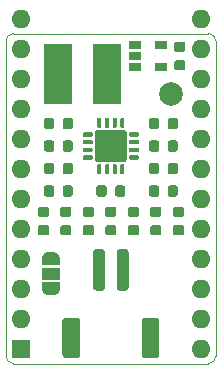
<source format=gbr>
%TF.GenerationSoftware,KiCad,Pcbnew,5.1.5+dfsg1-2~bpo10+1*%
%TF.CreationDate,Date%
%TF.ProjectId,ProMicro_BOOST,50726f4d-6963-4726-9f5f-424f4f53542e,v1.6*%
%TF.SameCoordinates,Original*%
%TF.FileFunction,Soldermask,Top*%
%TF.FilePolarity,Negative*%
%FSLAX45Y45*%
G04 Gerber Fmt 4.5, Leading zero omitted, Abs format (unit mm)*
G04 Created by KiCad*
%MOMM*%
%LPD*%
G04 APERTURE LIST*
%ADD10C,0.100000*%
%ADD11O,1.600000X1.600000*%
%ADD12R,1.600000X1.600000*%
%ADD13C,2.000000*%
%ADD14R,2.350000X5.100000*%
%ADD15C,0.150000*%
%ADD16R,1.060000X0.650000*%
%ADD17R,1.500000X1.000000*%
G04 APERTURE END LIST*
D10*
X-127000Y-63500D02*
X-127000Y2603500D01*
X1651000Y2603500D02*
X1651000Y-63500D01*
X1651000Y-63500D02*
G75*
G02X1587500Y-127000I-63500J0D01*
G01*
X-63500Y-127000D02*
G75*
G02X-127000Y-63500I0J63500D01*
G01*
X-127000Y2603500D02*
G75*
G02X-63500Y2667000I63500J0D01*
G01*
X1587500Y2667000D02*
G75*
G02X1651000Y2603500I0J-63500D01*
G01*
X1587500Y2667000D02*
X-63500Y2667000D01*
X-63500Y-127000D02*
X1587500Y-127000D01*
D11*
X1524000Y0D03*
X1524000Y254000D03*
X1524000Y508000D03*
X0Y2794000D03*
X1524000Y762000D03*
X0Y2540000D03*
X1524000Y1016000D03*
X0Y2286000D03*
X1524000Y1270000D03*
X0Y2032000D03*
X1524000Y1524000D03*
X0Y1778000D03*
X1524000Y1778000D03*
X0Y1524000D03*
X1524000Y2032000D03*
X0Y1270000D03*
X1524000Y2286000D03*
X0Y1016000D03*
X1524000Y2540000D03*
X0Y762000D03*
X1524000Y2794000D03*
X0Y508000D03*
X0Y254000D03*
D12*
X0Y0D03*
D13*
X1270000Y2159000D03*
D14*
X728200Y2324100D03*
X313200Y2324100D03*
D15*
G36*
X262769Y1952395D02*
G01*
X264893Y1952080D01*
X266975Y1951558D01*
X268996Y1950835D01*
X270937Y1949917D01*
X272778Y1948813D01*
X274502Y1947535D01*
X276093Y1946093D01*
X277535Y1944502D01*
X278813Y1942778D01*
X279917Y1940937D01*
X280835Y1938996D01*
X281558Y1936975D01*
X282080Y1934893D01*
X282395Y1932769D01*
X282500Y1930625D01*
X282500Y1879375D01*
X282395Y1877231D01*
X282080Y1875107D01*
X281558Y1873025D01*
X280835Y1871004D01*
X279917Y1869063D01*
X278813Y1867222D01*
X277535Y1865498D01*
X276093Y1863907D01*
X274502Y1862465D01*
X272778Y1861187D01*
X270937Y1860083D01*
X268996Y1859165D01*
X266975Y1858442D01*
X264893Y1857920D01*
X262769Y1857605D01*
X260625Y1857500D01*
X216875Y1857500D01*
X214731Y1857605D01*
X212607Y1857920D01*
X210525Y1858442D01*
X208504Y1859165D01*
X206563Y1860083D01*
X204722Y1861187D01*
X202998Y1862465D01*
X201407Y1863907D01*
X199965Y1865498D01*
X198687Y1867222D01*
X197583Y1869063D01*
X196665Y1871004D01*
X195942Y1873025D01*
X195420Y1875107D01*
X195105Y1877231D01*
X195000Y1879375D01*
X195000Y1930625D01*
X195105Y1932769D01*
X195420Y1934893D01*
X195942Y1936975D01*
X196665Y1938996D01*
X197583Y1940937D01*
X198687Y1942778D01*
X199965Y1944502D01*
X201407Y1946093D01*
X202998Y1947535D01*
X204722Y1948813D01*
X206563Y1949917D01*
X208504Y1950835D01*
X210525Y1951558D01*
X212607Y1952080D01*
X214731Y1952395D01*
X216875Y1952500D01*
X260625Y1952500D01*
X262769Y1952395D01*
G37*
G36*
X420269Y1952395D02*
G01*
X422393Y1952080D01*
X424475Y1951558D01*
X426496Y1950835D01*
X428437Y1949917D01*
X430278Y1948813D01*
X432002Y1947535D01*
X433593Y1946093D01*
X435035Y1944502D01*
X436313Y1942778D01*
X437417Y1940937D01*
X438335Y1938996D01*
X439058Y1936975D01*
X439580Y1934893D01*
X439895Y1932769D01*
X440000Y1930625D01*
X440000Y1879375D01*
X439895Y1877231D01*
X439580Y1875107D01*
X439058Y1873025D01*
X438335Y1871004D01*
X437417Y1869063D01*
X436313Y1867222D01*
X435035Y1865498D01*
X433593Y1863907D01*
X432002Y1862465D01*
X430278Y1861187D01*
X428437Y1860083D01*
X426496Y1859165D01*
X424475Y1858442D01*
X422393Y1857920D01*
X420269Y1857605D01*
X418125Y1857500D01*
X374375Y1857500D01*
X372231Y1857605D01*
X370107Y1857920D01*
X368025Y1858442D01*
X366004Y1859165D01*
X364063Y1860083D01*
X362222Y1861187D01*
X360498Y1862465D01*
X358907Y1863907D01*
X357465Y1865498D01*
X356187Y1867222D01*
X355083Y1869063D01*
X354165Y1871004D01*
X353442Y1873025D01*
X352920Y1875107D01*
X352605Y1877231D01*
X352500Y1879375D01*
X352500Y1930625D01*
X352605Y1932769D01*
X352920Y1934893D01*
X353442Y1936975D01*
X354165Y1938996D01*
X355083Y1940937D01*
X356187Y1942778D01*
X357465Y1944502D01*
X358907Y1946093D01*
X360498Y1947535D01*
X362222Y1948813D01*
X364063Y1949917D01*
X366004Y1950835D01*
X368025Y1951558D01*
X370107Y1952080D01*
X372231Y1952395D01*
X374375Y1952500D01*
X418125Y1952500D01*
X420269Y1952395D01*
G37*
G36*
X1309269Y1952395D02*
G01*
X1311393Y1952080D01*
X1313475Y1951558D01*
X1315496Y1950835D01*
X1317437Y1949917D01*
X1319278Y1948813D01*
X1321002Y1947535D01*
X1322593Y1946093D01*
X1324035Y1944502D01*
X1325313Y1942778D01*
X1326417Y1940937D01*
X1327335Y1938996D01*
X1328058Y1936975D01*
X1328580Y1934893D01*
X1328895Y1932769D01*
X1329000Y1930625D01*
X1329000Y1879375D01*
X1328895Y1877231D01*
X1328580Y1875107D01*
X1328058Y1873025D01*
X1327335Y1871004D01*
X1326417Y1869063D01*
X1325313Y1867222D01*
X1324035Y1865498D01*
X1322593Y1863907D01*
X1321002Y1862465D01*
X1319278Y1861187D01*
X1317437Y1860083D01*
X1315496Y1859165D01*
X1313475Y1858442D01*
X1311393Y1857920D01*
X1309269Y1857605D01*
X1307125Y1857500D01*
X1263375Y1857500D01*
X1261231Y1857605D01*
X1259107Y1857920D01*
X1257025Y1858442D01*
X1255004Y1859165D01*
X1253063Y1860083D01*
X1251222Y1861187D01*
X1249498Y1862465D01*
X1247907Y1863907D01*
X1246465Y1865498D01*
X1245187Y1867222D01*
X1244083Y1869063D01*
X1243165Y1871004D01*
X1242442Y1873025D01*
X1241920Y1875107D01*
X1241605Y1877231D01*
X1241500Y1879375D01*
X1241500Y1930625D01*
X1241605Y1932769D01*
X1241920Y1934893D01*
X1242442Y1936975D01*
X1243165Y1938996D01*
X1244083Y1940937D01*
X1245187Y1942778D01*
X1246465Y1944502D01*
X1247907Y1946093D01*
X1249498Y1947535D01*
X1251222Y1948813D01*
X1253063Y1949917D01*
X1255004Y1950835D01*
X1257025Y1951558D01*
X1259107Y1952080D01*
X1261231Y1952395D01*
X1263375Y1952500D01*
X1307125Y1952500D01*
X1309269Y1952395D01*
G37*
G36*
X1151769Y1952395D02*
G01*
X1153893Y1952080D01*
X1155975Y1951558D01*
X1157996Y1950835D01*
X1159937Y1949917D01*
X1161778Y1948813D01*
X1163502Y1947535D01*
X1165093Y1946093D01*
X1166535Y1944502D01*
X1167813Y1942778D01*
X1168917Y1940937D01*
X1169835Y1938996D01*
X1170558Y1936975D01*
X1171080Y1934893D01*
X1171395Y1932769D01*
X1171500Y1930625D01*
X1171500Y1879375D01*
X1171395Y1877231D01*
X1171080Y1875107D01*
X1170558Y1873025D01*
X1169835Y1871004D01*
X1168917Y1869063D01*
X1167813Y1867222D01*
X1166535Y1865498D01*
X1165093Y1863907D01*
X1163502Y1862465D01*
X1161778Y1861187D01*
X1159937Y1860083D01*
X1157996Y1859165D01*
X1155975Y1858442D01*
X1153893Y1857920D01*
X1151769Y1857605D01*
X1149625Y1857500D01*
X1105875Y1857500D01*
X1103731Y1857605D01*
X1101607Y1857920D01*
X1099525Y1858442D01*
X1097504Y1859165D01*
X1095563Y1860083D01*
X1093722Y1861187D01*
X1091998Y1862465D01*
X1090407Y1863907D01*
X1088965Y1865498D01*
X1087687Y1867222D01*
X1086583Y1869063D01*
X1085665Y1871004D01*
X1084942Y1873025D01*
X1084420Y1875107D01*
X1084105Y1877231D01*
X1084000Y1879375D01*
X1084000Y1930625D01*
X1084105Y1932769D01*
X1084420Y1934893D01*
X1084942Y1936975D01*
X1085665Y1938996D01*
X1086583Y1940937D01*
X1087687Y1942778D01*
X1088965Y1944502D01*
X1090407Y1946093D01*
X1091998Y1947535D01*
X1093722Y1948813D01*
X1095563Y1949917D01*
X1097504Y1950835D01*
X1099525Y1951558D01*
X1101607Y1952080D01*
X1103731Y1952395D01*
X1105875Y1952500D01*
X1149625Y1952500D01*
X1151769Y1952395D01*
G37*
G36*
X1309269Y1761895D02*
G01*
X1311393Y1761580D01*
X1313475Y1761058D01*
X1315496Y1760335D01*
X1317437Y1759417D01*
X1319278Y1758313D01*
X1321002Y1757035D01*
X1322593Y1755593D01*
X1324035Y1754002D01*
X1325313Y1752278D01*
X1326417Y1750437D01*
X1327335Y1748496D01*
X1328058Y1746475D01*
X1328580Y1744393D01*
X1328895Y1742269D01*
X1329000Y1740125D01*
X1329000Y1688875D01*
X1328895Y1686731D01*
X1328580Y1684607D01*
X1328058Y1682525D01*
X1327335Y1680504D01*
X1326417Y1678563D01*
X1325313Y1676722D01*
X1324035Y1674998D01*
X1322593Y1673407D01*
X1321002Y1671965D01*
X1319278Y1670687D01*
X1317437Y1669583D01*
X1315496Y1668665D01*
X1313475Y1667942D01*
X1311393Y1667420D01*
X1309269Y1667105D01*
X1307125Y1667000D01*
X1263375Y1667000D01*
X1261231Y1667105D01*
X1259107Y1667420D01*
X1257025Y1667942D01*
X1255004Y1668665D01*
X1253063Y1669583D01*
X1251222Y1670687D01*
X1249498Y1671965D01*
X1247907Y1673407D01*
X1246465Y1674998D01*
X1245187Y1676722D01*
X1244083Y1678563D01*
X1243165Y1680504D01*
X1242442Y1682525D01*
X1241920Y1684607D01*
X1241605Y1686731D01*
X1241500Y1688875D01*
X1241500Y1740125D01*
X1241605Y1742269D01*
X1241920Y1744393D01*
X1242442Y1746475D01*
X1243165Y1748496D01*
X1244083Y1750437D01*
X1245187Y1752278D01*
X1246465Y1754002D01*
X1247907Y1755593D01*
X1249498Y1757035D01*
X1251222Y1758313D01*
X1253063Y1759417D01*
X1255004Y1760335D01*
X1257025Y1761058D01*
X1259107Y1761580D01*
X1261231Y1761895D01*
X1263375Y1762000D01*
X1307125Y1762000D01*
X1309269Y1761895D01*
G37*
G36*
X1151769Y1761895D02*
G01*
X1153893Y1761580D01*
X1155975Y1761058D01*
X1157996Y1760335D01*
X1159937Y1759417D01*
X1161778Y1758313D01*
X1163502Y1757035D01*
X1165093Y1755593D01*
X1166535Y1754002D01*
X1167813Y1752278D01*
X1168917Y1750437D01*
X1169835Y1748496D01*
X1170558Y1746475D01*
X1171080Y1744393D01*
X1171395Y1742269D01*
X1171500Y1740125D01*
X1171500Y1688875D01*
X1171395Y1686731D01*
X1171080Y1684607D01*
X1170558Y1682525D01*
X1169835Y1680504D01*
X1168917Y1678563D01*
X1167813Y1676722D01*
X1166535Y1674998D01*
X1165093Y1673407D01*
X1163502Y1671965D01*
X1161778Y1670687D01*
X1159937Y1669583D01*
X1157996Y1668665D01*
X1155975Y1667942D01*
X1153893Y1667420D01*
X1151769Y1667105D01*
X1149625Y1667000D01*
X1105875Y1667000D01*
X1103731Y1667105D01*
X1101607Y1667420D01*
X1099525Y1667942D01*
X1097504Y1668665D01*
X1095563Y1669583D01*
X1093722Y1670687D01*
X1091998Y1671965D01*
X1090407Y1673407D01*
X1088965Y1674998D01*
X1087687Y1676722D01*
X1086583Y1678563D01*
X1085665Y1680504D01*
X1084942Y1682525D01*
X1084420Y1684607D01*
X1084105Y1686731D01*
X1084000Y1688875D01*
X1084000Y1740125D01*
X1084105Y1742269D01*
X1084420Y1744393D01*
X1084942Y1746475D01*
X1085665Y1748496D01*
X1086583Y1750437D01*
X1087687Y1752278D01*
X1088965Y1754002D01*
X1090407Y1755593D01*
X1091998Y1757035D01*
X1093722Y1758313D01*
X1095563Y1759417D01*
X1097504Y1760335D01*
X1099525Y1761058D01*
X1101607Y1761580D01*
X1103731Y1761895D01*
X1105875Y1762000D01*
X1149625Y1762000D01*
X1151769Y1761895D01*
G37*
G36*
X599269Y1044395D02*
G01*
X601393Y1044080D01*
X603475Y1043558D01*
X605496Y1042835D01*
X607437Y1041917D01*
X609278Y1040813D01*
X611002Y1039535D01*
X612593Y1038093D01*
X614035Y1036502D01*
X615313Y1034778D01*
X616417Y1032937D01*
X617335Y1030996D01*
X618058Y1028975D01*
X618580Y1026893D01*
X618895Y1024769D01*
X619000Y1022625D01*
X619000Y978875D01*
X618895Y976731D01*
X618580Y974607D01*
X618058Y972525D01*
X617335Y970504D01*
X616417Y968563D01*
X615313Y966722D01*
X614035Y964998D01*
X612593Y963407D01*
X611002Y961965D01*
X609278Y960687D01*
X607437Y959583D01*
X605496Y958665D01*
X603475Y957942D01*
X601393Y957420D01*
X599269Y957105D01*
X597125Y957000D01*
X545875Y957000D01*
X543731Y957105D01*
X541607Y957420D01*
X539525Y957942D01*
X537504Y958665D01*
X535563Y959583D01*
X533722Y960687D01*
X531998Y961965D01*
X530407Y963407D01*
X528965Y964998D01*
X527687Y966722D01*
X526583Y968563D01*
X525665Y970504D01*
X524942Y972525D01*
X524420Y974607D01*
X524105Y976731D01*
X524000Y978875D01*
X524000Y1022625D01*
X524105Y1024769D01*
X524420Y1026893D01*
X524942Y1028975D01*
X525665Y1030996D01*
X526583Y1032937D01*
X527687Y1034778D01*
X528965Y1036502D01*
X530407Y1038093D01*
X531998Y1039535D01*
X533722Y1040813D01*
X535563Y1041917D01*
X537504Y1042835D01*
X539525Y1043558D01*
X541607Y1044080D01*
X543731Y1044395D01*
X545875Y1044500D01*
X597125Y1044500D01*
X599269Y1044395D01*
G37*
G36*
X599269Y1201895D02*
G01*
X601393Y1201580D01*
X603475Y1201058D01*
X605496Y1200335D01*
X607437Y1199417D01*
X609278Y1198313D01*
X611002Y1197035D01*
X612593Y1195593D01*
X614035Y1194002D01*
X615313Y1192278D01*
X616417Y1190437D01*
X617335Y1188496D01*
X618058Y1186475D01*
X618580Y1184393D01*
X618895Y1182269D01*
X619000Y1180125D01*
X619000Y1136375D01*
X618895Y1134231D01*
X618580Y1132107D01*
X618058Y1130025D01*
X617335Y1128004D01*
X616417Y1126063D01*
X615313Y1124222D01*
X614035Y1122498D01*
X612593Y1120907D01*
X611002Y1119465D01*
X609278Y1118187D01*
X607437Y1117083D01*
X605496Y1116165D01*
X603475Y1115442D01*
X601393Y1114920D01*
X599269Y1114605D01*
X597125Y1114500D01*
X545875Y1114500D01*
X543731Y1114605D01*
X541607Y1114920D01*
X539525Y1115442D01*
X537504Y1116165D01*
X535563Y1117083D01*
X533722Y1118187D01*
X531998Y1119465D01*
X530407Y1120907D01*
X528965Y1122498D01*
X527687Y1124222D01*
X526583Y1126063D01*
X525665Y1128004D01*
X524942Y1130025D01*
X524420Y1132107D01*
X524105Y1134231D01*
X524000Y1136375D01*
X524000Y1180125D01*
X524105Y1182269D01*
X524420Y1184393D01*
X524942Y1186475D01*
X525665Y1188496D01*
X526583Y1190437D01*
X527687Y1192278D01*
X528965Y1194002D01*
X530407Y1195593D01*
X531998Y1197035D01*
X533722Y1198313D01*
X535563Y1199417D01*
X537504Y1200335D01*
X539525Y1201058D01*
X541607Y1201580D01*
X543731Y1201895D01*
X545875Y1202000D01*
X597125Y1202000D01*
X599269Y1201895D01*
G37*
G36*
X262769Y1761895D02*
G01*
X264893Y1761580D01*
X266975Y1761058D01*
X268996Y1760335D01*
X270937Y1759417D01*
X272778Y1758313D01*
X274502Y1757035D01*
X276093Y1755593D01*
X277535Y1754002D01*
X278813Y1752278D01*
X279917Y1750437D01*
X280835Y1748496D01*
X281558Y1746475D01*
X282080Y1744393D01*
X282395Y1742269D01*
X282500Y1740125D01*
X282500Y1688875D01*
X282395Y1686731D01*
X282080Y1684607D01*
X281558Y1682525D01*
X280835Y1680504D01*
X279917Y1678563D01*
X278813Y1676722D01*
X277535Y1674998D01*
X276093Y1673407D01*
X274502Y1671965D01*
X272778Y1670687D01*
X270937Y1669583D01*
X268996Y1668665D01*
X266975Y1667942D01*
X264893Y1667420D01*
X262769Y1667105D01*
X260625Y1667000D01*
X216875Y1667000D01*
X214731Y1667105D01*
X212607Y1667420D01*
X210525Y1667942D01*
X208504Y1668665D01*
X206563Y1669583D01*
X204722Y1670687D01*
X202998Y1671965D01*
X201407Y1673407D01*
X199965Y1674998D01*
X198687Y1676722D01*
X197583Y1678563D01*
X196665Y1680504D01*
X195942Y1682525D01*
X195420Y1684607D01*
X195105Y1686731D01*
X195000Y1688875D01*
X195000Y1740125D01*
X195105Y1742269D01*
X195420Y1744393D01*
X195942Y1746475D01*
X196665Y1748496D01*
X197583Y1750437D01*
X198687Y1752278D01*
X199965Y1754002D01*
X201407Y1755593D01*
X202998Y1757035D01*
X204722Y1758313D01*
X206563Y1759417D01*
X208504Y1760335D01*
X210525Y1761058D01*
X212607Y1761580D01*
X214731Y1761895D01*
X216875Y1762000D01*
X260625Y1762000D01*
X262769Y1761895D01*
G37*
G36*
X420269Y1761895D02*
G01*
X422393Y1761580D01*
X424475Y1761058D01*
X426496Y1760335D01*
X428437Y1759417D01*
X430278Y1758313D01*
X432002Y1757035D01*
X433593Y1755593D01*
X435035Y1754002D01*
X436313Y1752278D01*
X437417Y1750437D01*
X438335Y1748496D01*
X439058Y1746475D01*
X439580Y1744393D01*
X439895Y1742269D01*
X440000Y1740125D01*
X440000Y1688875D01*
X439895Y1686731D01*
X439580Y1684607D01*
X439058Y1682525D01*
X438335Y1680504D01*
X437417Y1678563D01*
X436313Y1676722D01*
X435035Y1674998D01*
X433593Y1673407D01*
X432002Y1671965D01*
X430278Y1670687D01*
X428437Y1669583D01*
X426496Y1668665D01*
X424475Y1667942D01*
X422393Y1667420D01*
X420269Y1667105D01*
X418125Y1667000D01*
X374375Y1667000D01*
X372231Y1667105D01*
X370107Y1667420D01*
X368025Y1667942D01*
X366004Y1668665D01*
X364063Y1669583D01*
X362222Y1670687D01*
X360498Y1671965D01*
X358907Y1673407D01*
X357465Y1674998D01*
X356187Y1676722D01*
X355083Y1678563D01*
X354165Y1680504D01*
X353442Y1682525D01*
X352920Y1684607D01*
X352605Y1686731D01*
X352500Y1688875D01*
X352500Y1740125D01*
X352605Y1742269D01*
X352920Y1744393D01*
X353442Y1746475D01*
X354165Y1748496D01*
X355083Y1750437D01*
X356187Y1752278D01*
X357465Y1754002D01*
X358907Y1755593D01*
X360498Y1757035D01*
X362222Y1758313D01*
X364063Y1759417D01*
X366004Y1760335D01*
X368025Y1761058D01*
X370107Y1761580D01*
X372231Y1761895D01*
X374375Y1762000D01*
X418125Y1762000D01*
X420269Y1761895D01*
G37*
G36*
X1309269Y1380895D02*
G01*
X1311393Y1380580D01*
X1313475Y1380058D01*
X1315496Y1379335D01*
X1317437Y1378417D01*
X1319278Y1377313D01*
X1321002Y1376035D01*
X1322593Y1374593D01*
X1324035Y1373002D01*
X1325313Y1371278D01*
X1326417Y1369437D01*
X1327335Y1367496D01*
X1328058Y1365475D01*
X1328580Y1363393D01*
X1328895Y1361269D01*
X1329000Y1359125D01*
X1329000Y1307875D01*
X1328895Y1305731D01*
X1328580Y1303607D01*
X1328058Y1301525D01*
X1327335Y1299504D01*
X1326417Y1297563D01*
X1325313Y1295722D01*
X1324035Y1293998D01*
X1322593Y1292407D01*
X1321002Y1290965D01*
X1319278Y1289687D01*
X1317437Y1288583D01*
X1315496Y1287665D01*
X1313475Y1286942D01*
X1311393Y1286420D01*
X1309269Y1286105D01*
X1307125Y1286000D01*
X1263375Y1286000D01*
X1261231Y1286105D01*
X1259107Y1286420D01*
X1257025Y1286942D01*
X1255004Y1287665D01*
X1253063Y1288583D01*
X1251222Y1289687D01*
X1249498Y1290965D01*
X1247907Y1292407D01*
X1246465Y1293998D01*
X1245187Y1295722D01*
X1244083Y1297563D01*
X1243165Y1299504D01*
X1242442Y1301525D01*
X1241920Y1303607D01*
X1241605Y1305731D01*
X1241500Y1307875D01*
X1241500Y1359125D01*
X1241605Y1361269D01*
X1241920Y1363393D01*
X1242442Y1365475D01*
X1243165Y1367496D01*
X1244083Y1369437D01*
X1245187Y1371278D01*
X1246465Y1373002D01*
X1247907Y1374593D01*
X1249498Y1376035D01*
X1251222Y1377313D01*
X1253063Y1378417D01*
X1255004Y1379335D01*
X1257025Y1380058D01*
X1259107Y1380580D01*
X1261231Y1380895D01*
X1263375Y1381000D01*
X1307125Y1381000D01*
X1309269Y1380895D01*
G37*
G36*
X1151769Y1380895D02*
G01*
X1153893Y1380580D01*
X1155975Y1380058D01*
X1157996Y1379335D01*
X1159937Y1378417D01*
X1161778Y1377313D01*
X1163502Y1376035D01*
X1165093Y1374593D01*
X1166535Y1373002D01*
X1167813Y1371278D01*
X1168917Y1369437D01*
X1169835Y1367496D01*
X1170558Y1365475D01*
X1171080Y1363393D01*
X1171395Y1361269D01*
X1171500Y1359125D01*
X1171500Y1307875D01*
X1171395Y1305731D01*
X1171080Y1303607D01*
X1170558Y1301525D01*
X1169835Y1299504D01*
X1168917Y1297563D01*
X1167813Y1295722D01*
X1166535Y1293998D01*
X1165093Y1292407D01*
X1163502Y1290965D01*
X1161778Y1289687D01*
X1159937Y1288583D01*
X1157996Y1287665D01*
X1155975Y1286942D01*
X1153893Y1286420D01*
X1151769Y1286105D01*
X1149625Y1286000D01*
X1105875Y1286000D01*
X1103731Y1286105D01*
X1101607Y1286420D01*
X1099525Y1286942D01*
X1097504Y1287665D01*
X1095563Y1288583D01*
X1093722Y1289687D01*
X1091998Y1290965D01*
X1090407Y1292407D01*
X1088965Y1293998D01*
X1087687Y1295722D01*
X1086583Y1297563D01*
X1085665Y1299504D01*
X1084942Y1301525D01*
X1084420Y1303607D01*
X1084105Y1305731D01*
X1084000Y1307875D01*
X1084000Y1359125D01*
X1084105Y1361269D01*
X1084420Y1363393D01*
X1084942Y1365475D01*
X1085665Y1367496D01*
X1086583Y1369437D01*
X1087687Y1371278D01*
X1088965Y1373002D01*
X1090407Y1374593D01*
X1091998Y1376035D01*
X1093722Y1377313D01*
X1095563Y1378417D01*
X1097504Y1379335D01*
X1099525Y1380058D01*
X1101607Y1380580D01*
X1103731Y1380895D01*
X1105875Y1381000D01*
X1149625Y1381000D01*
X1151769Y1380895D01*
G37*
G36*
X1151769Y1571395D02*
G01*
X1153893Y1571080D01*
X1155975Y1570558D01*
X1157996Y1569835D01*
X1159937Y1568917D01*
X1161778Y1567813D01*
X1163502Y1566535D01*
X1165093Y1565093D01*
X1166535Y1563502D01*
X1167813Y1561778D01*
X1168917Y1559937D01*
X1169835Y1557996D01*
X1170558Y1555975D01*
X1171080Y1553893D01*
X1171395Y1551769D01*
X1171500Y1549625D01*
X1171500Y1498375D01*
X1171395Y1496231D01*
X1171080Y1494107D01*
X1170558Y1492025D01*
X1169835Y1490004D01*
X1168917Y1488063D01*
X1167813Y1486222D01*
X1166535Y1484498D01*
X1165093Y1482907D01*
X1163502Y1481465D01*
X1161778Y1480187D01*
X1159937Y1479083D01*
X1157996Y1478165D01*
X1155975Y1477442D01*
X1153893Y1476920D01*
X1151769Y1476605D01*
X1149625Y1476500D01*
X1105875Y1476500D01*
X1103731Y1476605D01*
X1101607Y1476920D01*
X1099525Y1477442D01*
X1097504Y1478165D01*
X1095563Y1479083D01*
X1093722Y1480187D01*
X1091998Y1481465D01*
X1090407Y1482907D01*
X1088965Y1484498D01*
X1087687Y1486222D01*
X1086583Y1488063D01*
X1085665Y1490004D01*
X1084942Y1492025D01*
X1084420Y1494107D01*
X1084105Y1496231D01*
X1084000Y1498375D01*
X1084000Y1549625D01*
X1084105Y1551769D01*
X1084420Y1553893D01*
X1084942Y1555975D01*
X1085665Y1557996D01*
X1086583Y1559937D01*
X1087687Y1561778D01*
X1088965Y1563502D01*
X1090407Y1565093D01*
X1091998Y1566535D01*
X1093722Y1567813D01*
X1095563Y1568917D01*
X1097504Y1569835D01*
X1099525Y1570558D01*
X1101607Y1571080D01*
X1103731Y1571395D01*
X1105875Y1571500D01*
X1149625Y1571500D01*
X1151769Y1571395D01*
G37*
G36*
X1309269Y1571395D02*
G01*
X1311393Y1571080D01*
X1313475Y1570558D01*
X1315496Y1569835D01*
X1317437Y1568917D01*
X1319278Y1567813D01*
X1321002Y1566535D01*
X1322593Y1565093D01*
X1324035Y1563502D01*
X1325313Y1561778D01*
X1326417Y1559937D01*
X1327335Y1557996D01*
X1328058Y1555975D01*
X1328580Y1553893D01*
X1328895Y1551769D01*
X1329000Y1549625D01*
X1329000Y1498375D01*
X1328895Y1496231D01*
X1328580Y1494107D01*
X1328058Y1492025D01*
X1327335Y1490004D01*
X1326417Y1488063D01*
X1325313Y1486222D01*
X1324035Y1484498D01*
X1322593Y1482907D01*
X1321002Y1481465D01*
X1319278Y1480187D01*
X1317437Y1479083D01*
X1315496Y1478165D01*
X1313475Y1477442D01*
X1311393Y1476920D01*
X1309269Y1476605D01*
X1307125Y1476500D01*
X1263375Y1476500D01*
X1261231Y1476605D01*
X1259107Y1476920D01*
X1257025Y1477442D01*
X1255004Y1478165D01*
X1253063Y1479083D01*
X1251222Y1480187D01*
X1249498Y1481465D01*
X1247907Y1482907D01*
X1246465Y1484498D01*
X1245187Y1486222D01*
X1244083Y1488063D01*
X1243165Y1490004D01*
X1242442Y1492025D01*
X1241920Y1494107D01*
X1241605Y1496231D01*
X1241500Y1498375D01*
X1241500Y1549625D01*
X1241605Y1551769D01*
X1241920Y1553893D01*
X1242442Y1555975D01*
X1243165Y1557996D01*
X1244083Y1559937D01*
X1245187Y1561778D01*
X1246465Y1563502D01*
X1247907Y1565093D01*
X1249498Y1566535D01*
X1251222Y1567813D01*
X1253063Y1568917D01*
X1255004Y1569835D01*
X1257025Y1570558D01*
X1259107Y1571080D01*
X1261231Y1571395D01*
X1263375Y1571500D01*
X1307125Y1571500D01*
X1309269Y1571395D01*
G37*
G36*
X420269Y1571395D02*
G01*
X422393Y1571080D01*
X424475Y1570558D01*
X426496Y1569835D01*
X428437Y1568917D01*
X430278Y1567813D01*
X432002Y1566535D01*
X433593Y1565093D01*
X435035Y1563502D01*
X436313Y1561778D01*
X437417Y1559937D01*
X438335Y1557996D01*
X439058Y1555975D01*
X439580Y1553893D01*
X439895Y1551769D01*
X440000Y1549625D01*
X440000Y1498375D01*
X439895Y1496231D01*
X439580Y1494107D01*
X439058Y1492025D01*
X438335Y1490004D01*
X437417Y1488063D01*
X436313Y1486222D01*
X435035Y1484498D01*
X433593Y1482907D01*
X432002Y1481465D01*
X430278Y1480187D01*
X428437Y1479083D01*
X426496Y1478165D01*
X424475Y1477442D01*
X422393Y1476920D01*
X420269Y1476605D01*
X418125Y1476500D01*
X374375Y1476500D01*
X372231Y1476605D01*
X370107Y1476920D01*
X368025Y1477442D01*
X366004Y1478165D01*
X364063Y1479083D01*
X362222Y1480187D01*
X360498Y1481465D01*
X358907Y1482907D01*
X357465Y1484498D01*
X356187Y1486222D01*
X355083Y1488063D01*
X354165Y1490004D01*
X353442Y1492025D01*
X352920Y1494107D01*
X352605Y1496231D01*
X352500Y1498375D01*
X352500Y1549625D01*
X352605Y1551769D01*
X352920Y1553893D01*
X353442Y1555975D01*
X354165Y1557996D01*
X355083Y1559937D01*
X356187Y1561778D01*
X357465Y1563502D01*
X358907Y1565093D01*
X360498Y1566535D01*
X362222Y1567813D01*
X364063Y1568917D01*
X366004Y1569835D01*
X368025Y1570558D01*
X370107Y1571080D01*
X372231Y1571395D01*
X374375Y1571500D01*
X418125Y1571500D01*
X420269Y1571395D01*
G37*
G36*
X262769Y1571395D02*
G01*
X264893Y1571080D01*
X266975Y1570558D01*
X268996Y1569835D01*
X270937Y1568917D01*
X272778Y1567813D01*
X274502Y1566535D01*
X276093Y1565093D01*
X277535Y1563502D01*
X278813Y1561778D01*
X279917Y1559937D01*
X280835Y1557996D01*
X281558Y1555975D01*
X282080Y1553893D01*
X282395Y1551769D01*
X282500Y1549625D01*
X282500Y1498375D01*
X282395Y1496231D01*
X282080Y1494107D01*
X281558Y1492025D01*
X280835Y1490004D01*
X279917Y1488063D01*
X278813Y1486222D01*
X277535Y1484498D01*
X276093Y1482907D01*
X274502Y1481465D01*
X272778Y1480187D01*
X270937Y1479083D01*
X268996Y1478165D01*
X266975Y1477442D01*
X264893Y1476920D01*
X262769Y1476605D01*
X260625Y1476500D01*
X216875Y1476500D01*
X214731Y1476605D01*
X212607Y1476920D01*
X210525Y1477442D01*
X208504Y1478165D01*
X206563Y1479083D01*
X204722Y1480187D01*
X202998Y1481465D01*
X201407Y1482907D01*
X199965Y1484498D01*
X198687Y1486222D01*
X197583Y1488063D01*
X196665Y1490004D01*
X195942Y1492025D01*
X195420Y1494107D01*
X195105Y1496231D01*
X195000Y1498375D01*
X195000Y1549625D01*
X195105Y1551769D01*
X195420Y1553893D01*
X195942Y1555975D01*
X196665Y1557996D01*
X197583Y1559937D01*
X198687Y1561778D01*
X199965Y1563502D01*
X201407Y1565093D01*
X202998Y1566535D01*
X204722Y1567813D01*
X206563Y1568917D01*
X208504Y1569835D01*
X210525Y1570558D01*
X212607Y1571080D01*
X214731Y1571395D01*
X216875Y1571500D01*
X260625Y1571500D01*
X262769Y1571395D01*
G37*
G36*
X262769Y1380895D02*
G01*
X264893Y1380580D01*
X266975Y1380058D01*
X268996Y1379335D01*
X270937Y1378417D01*
X272778Y1377313D01*
X274502Y1376035D01*
X276093Y1374593D01*
X277535Y1373002D01*
X278813Y1371278D01*
X279917Y1369437D01*
X280835Y1367496D01*
X281558Y1365475D01*
X282080Y1363393D01*
X282395Y1361269D01*
X282500Y1359125D01*
X282500Y1307875D01*
X282395Y1305731D01*
X282080Y1303607D01*
X281558Y1301525D01*
X280835Y1299504D01*
X279917Y1297563D01*
X278813Y1295722D01*
X277535Y1293998D01*
X276093Y1292407D01*
X274502Y1290965D01*
X272778Y1289687D01*
X270937Y1288583D01*
X268996Y1287665D01*
X266975Y1286942D01*
X264893Y1286420D01*
X262769Y1286105D01*
X260625Y1286000D01*
X216875Y1286000D01*
X214731Y1286105D01*
X212607Y1286420D01*
X210525Y1286942D01*
X208504Y1287665D01*
X206563Y1288583D01*
X204722Y1289687D01*
X202998Y1290965D01*
X201407Y1292407D01*
X199965Y1293998D01*
X198687Y1295722D01*
X197583Y1297563D01*
X196665Y1299504D01*
X195942Y1301525D01*
X195420Y1303607D01*
X195105Y1305731D01*
X195000Y1307875D01*
X195000Y1359125D01*
X195105Y1361269D01*
X195420Y1363393D01*
X195942Y1365475D01*
X196665Y1367496D01*
X197583Y1369437D01*
X198687Y1371278D01*
X199965Y1373002D01*
X201407Y1374593D01*
X202998Y1376035D01*
X204722Y1377313D01*
X206563Y1378417D01*
X208504Y1379335D01*
X210525Y1380058D01*
X212607Y1380580D01*
X214731Y1380895D01*
X216875Y1381000D01*
X260625Y1381000D01*
X262769Y1380895D01*
G37*
G36*
X420269Y1380895D02*
G01*
X422393Y1380580D01*
X424475Y1380058D01*
X426496Y1379335D01*
X428437Y1378417D01*
X430278Y1377313D01*
X432002Y1376035D01*
X433593Y1374593D01*
X435035Y1373002D01*
X436313Y1371278D01*
X437417Y1369437D01*
X438335Y1367496D01*
X439058Y1365475D01*
X439580Y1363393D01*
X439895Y1361269D01*
X440000Y1359125D01*
X440000Y1307875D01*
X439895Y1305731D01*
X439580Y1303607D01*
X439058Y1301525D01*
X438335Y1299504D01*
X437417Y1297563D01*
X436313Y1295722D01*
X435035Y1293998D01*
X433593Y1292407D01*
X432002Y1290965D01*
X430278Y1289687D01*
X428437Y1288583D01*
X426496Y1287665D01*
X424475Y1286942D01*
X422393Y1286420D01*
X420269Y1286105D01*
X418125Y1286000D01*
X374375Y1286000D01*
X372231Y1286105D01*
X370107Y1286420D01*
X368025Y1286942D01*
X366004Y1287665D01*
X364063Y1288583D01*
X362222Y1289687D01*
X360498Y1290965D01*
X358907Y1292407D01*
X357465Y1293998D01*
X356187Y1295722D01*
X355083Y1297563D01*
X354165Y1299504D01*
X353442Y1301525D01*
X352920Y1303607D01*
X352605Y1305731D01*
X352500Y1307875D01*
X352500Y1359125D01*
X352605Y1361269D01*
X352920Y1363393D01*
X353442Y1365475D01*
X354165Y1367496D01*
X355083Y1369437D01*
X356187Y1371278D01*
X357465Y1373002D01*
X358907Y1374593D01*
X360498Y1376035D01*
X362222Y1377313D01*
X364063Y1378417D01*
X366004Y1379335D01*
X368025Y1380058D01*
X370107Y1380580D01*
X372231Y1380895D01*
X374375Y1381000D01*
X418125Y1381000D01*
X420269Y1380895D01*
G37*
G36*
X707269Y1380895D02*
G01*
X709393Y1380580D01*
X711475Y1380058D01*
X713496Y1379335D01*
X715437Y1378417D01*
X717278Y1377313D01*
X719002Y1376035D01*
X720593Y1374593D01*
X722035Y1373002D01*
X723313Y1371278D01*
X724417Y1369437D01*
X725335Y1367496D01*
X726058Y1365475D01*
X726580Y1363393D01*
X726895Y1361269D01*
X727000Y1359125D01*
X727000Y1307875D01*
X726895Y1305731D01*
X726580Y1303607D01*
X726058Y1301525D01*
X725335Y1299504D01*
X724417Y1297563D01*
X723313Y1295722D01*
X722035Y1293998D01*
X720593Y1292407D01*
X719002Y1290965D01*
X717278Y1289687D01*
X715437Y1288583D01*
X713496Y1287665D01*
X711475Y1286942D01*
X709393Y1286420D01*
X707269Y1286105D01*
X705125Y1286000D01*
X661375Y1286000D01*
X659231Y1286105D01*
X657107Y1286420D01*
X655025Y1286942D01*
X653004Y1287665D01*
X651063Y1288583D01*
X649222Y1289687D01*
X647498Y1290965D01*
X645907Y1292407D01*
X644465Y1293998D01*
X643187Y1295722D01*
X642083Y1297563D01*
X641165Y1299504D01*
X640442Y1301525D01*
X639920Y1303607D01*
X639605Y1305731D01*
X639500Y1307875D01*
X639500Y1359125D01*
X639605Y1361269D01*
X639920Y1363393D01*
X640442Y1365475D01*
X641165Y1367496D01*
X642083Y1369437D01*
X643187Y1371278D01*
X644465Y1373002D01*
X645907Y1374593D01*
X647498Y1376035D01*
X649222Y1377313D01*
X651063Y1378417D01*
X653004Y1379335D01*
X655025Y1380058D01*
X657107Y1380580D01*
X659231Y1380895D01*
X661375Y1381000D01*
X705125Y1381000D01*
X707269Y1380895D01*
G37*
G36*
X864769Y1380895D02*
G01*
X866893Y1380580D01*
X868975Y1380058D01*
X870996Y1379335D01*
X872937Y1378417D01*
X874778Y1377313D01*
X876502Y1376035D01*
X878093Y1374593D01*
X879535Y1373002D01*
X880813Y1371278D01*
X881917Y1369437D01*
X882835Y1367496D01*
X883558Y1365475D01*
X884080Y1363393D01*
X884395Y1361269D01*
X884500Y1359125D01*
X884500Y1307875D01*
X884395Y1305731D01*
X884080Y1303607D01*
X883558Y1301525D01*
X882835Y1299504D01*
X881917Y1297563D01*
X880813Y1295722D01*
X879535Y1293998D01*
X878093Y1292407D01*
X876502Y1290965D01*
X874778Y1289687D01*
X872937Y1288583D01*
X870996Y1287665D01*
X868975Y1286942D01*
X866893Y1286420D01*
X864769Y1286105D01*
X862625Y1286000D01*
X818875Y1286000D01*
X816731Y1286105D01*
X814607Y1286420D01*
X812525Y1286942D01*
X810504Y1287665D01*
X808563Y1288583D01*
X806722Y1289687D01*
X804998Y1290965D01*
X803407Y1292407D01*
X801965Y1293998D01*
X800687Y1295722D01*
X799583Y1297563D01*
X798665Y1299504D01*
X797942Y1301525D01*
X797420Y1303607D01*
X797105Y1305731D01*
X797000Y1307875D01*
X797000Y1359125D01*
X797105Y1361269D01*
X797420Y1363393D01*
X797942Y1365475D01*
X798665Y1367496D01*
X799583Y1369437D01*
X800687Y1371278D01*
X801965Y1373002D01*
X803407Y1374593D01*
X804998Y1376035D01*
X806722Y1377313D01*
X808563Y1378417D01*
X810504Y1379335D01*
X812525Y1380058D01*
X814607Y1380580D01*
X816731Y1380895D01*
X818875Y1381000D01*
X862625Y1381000D01*
X864769Y1380895D01*
G37*
G36*
X1373969Y2598895D02*
G01*
X1376093Y2598580D01*
X1378175Y2598058D01*
X1380196Y2597335D01*
X1382137Y2596417D01*
X1383978Y2595313D01*
X1385702Y2594035D01*
X1387293Y2592593D01*
X1388735Y2591002D01*
X1390013Y2589278D01*
X1391117Y2587437D01*
X1392035Y2585496D01*
X1392758Y2583475D01*
X1393280Y2581393D01*
X1393595Y2579269D01*
X1393700Y2577125D01*
X1393700Y2533375D01*
X1393595Y2531231D01*
X1393280Y2529107D01*
X1392758Y2527025D01*
X1392035Y2525004D01*
X1391117Y2523063D01*
X1390013Y2521222D01*
X1388735Y2519498D01*
X1387293Y2517907D01*
X1385702Y2516465D01*
X1383978Y2515187D01*
X1382137Y2514083D01*
X1380196Y2513165D01*
X1378175Y2512442D01*
X1376093Y2511920D01*
X1373969Y2511605D01*
X1371825Y2511500D01*
X1320575Y2511500D01*
X1318431Y2511605D01*
X1316307Y2511920D01*
X1314225Y2512442D01*
X1312204Y2513165D01*
X1310263Y2514083D01*
X1308422Y2515187D01*
X1306698Y2516465D01*
X1305107Y2517907D01*
X1303665Y2519498D01*
X1302387Y2521222D01*
X1301283Y2523063D01*
X1300365Y2525004D01*
X1299642Y2527025D01*
X1299120Y2529107D01*
X1298805Y2531231D01*
X1298700Y2533375D01*
X1298700Y2577125D01*
X1298805Y2579269D01*
X1299120Y2581393D01*
X1299642Y2583475D01*
X1300365Y2585496D01*
X1301283Y2587437D01*
X1302387Y2589278D01*
X1303665Y2591002D01*
X1305107Y2592593D01*
X1306698Y2594035D01*
X1308422Y2595313D01*
X1310263Y2596417D01*
X1312204Y2597335D01*
X1314225Y2598058D01*
X1316307Y2598580D01*
X1318431Y2598895D01*
X1320575Y2599000D01*
X1371825Y2599000D01*
X1373969Y2598895D01*
G37*
G36*
X1373969Y2441395D02*
G01*
X1376093Y2441080D01*
X1378175Y2440558D01*
X1380196Y2439835D01*
X1382137Y2438917D01*
X1383978Y2437813D01*
X1385702Y2436535D01*
X1387293Y2435093D01*
X1388735Y2433502D01*
X1390013Y2431778D01*
X1391117Y2429937D01*
X1392035Y2427996D01*
X1392758Y2425975D01*
X1393280Y2423893D01*
X1393595Y2421769D01*
X1393700Y2419625D01*
X1393700Y2375875D01*
X1393595Y2373731D01*
X1393280Y2371607D01*
X1392758Y2369525D01*
X1392035Y2367504D01*
X1391117Y2365563D01*
X1390013Y2363722D01*
X1388735Y2361998D01*
X1387293Y2360407D01*
X1385702Y2358965D01*
X1383978Y2357687D01*
X1382137Y2356583D01*
X1380196Y2355665D01*
X1378175Y2354942D01*
X1376093Y2354420D01*
X1373969Y2354105D01*
X1371825Y2354000D01*
X1320575Y2354000D01*
X1318431Y2354105D01*
X1316307Y2354420D01*
X1314225Y2354942D01*
X1312204Y2355665D01*
X1310263Y2356583D01*
X1308422Y2357687D01*
X1306698Y2358965D01*
X1305107Y2360407D01*
X1303665Y2361998D01*
X1302387Y2363722D01*
X1301283Y2365563D01*
X1300365Y2367504D01*
X1299642Y2369525D01*
X1299120Y2371607D01*
X1298805Y2373731D01*
X1298700Y2375875D01*
X1298700Y2419625D01*
X1298805Y2421769D01*
X1299120Y2423893D01*
X1299642Y2425975D01*
X1300365Y2427996D01*
X1301283Y2429937D01*
X1302387Y2431778D01*
X1303665Y2433502D01*
X1305107Y2435093D01*
X1306698Y2436535D01*
X1308422Y2437813D01*
X1310263Y2438917D01*
X1312204Y2439835D01*
X1314225Y2440558D01*
X1316307Y2441080D01*
X1318431Y2441395D01*
X1320575Y2441500D01*
X1371825Y2441500D01*
X1373969Y2441395D01*
G37*
G36*
X991608Y1829458D02*
G01*
X992457Y1829332D01*
X993290Y1829123D01*
X994098Y1828834D01*
X994875Y1828467D01*
X995611Y1828025D01*
X996301Y1827514D01*
X996937Y1826937D01*
X997514Y1826301D01*
X998025Y1825611D01*
X998467Y1824875D01*
X998834Y1824098D01*
X999123Y1823290D01*
X999332Y1822457D01*
X999458Y1821608D01*
X999500Y1820750D01*
X999500Y1803250D01*
X999458Y1802392D01*
X999332Y1801543D01*
X999123Y1800710D01*
X998834Y1799901D01*
X998467Y1799125D01*
X998025Y1798389D01*
X997514Y1797699D01*
X996937Y1797063D01*
X996301Y1796486D01*
X995611Y1795975D01*
X994875Y1795533D01*
X994098Y1795166D01*
X993290Y1794877D01*
X992457Y1794668D01*
X991608Y1794542D01*
X990750Y1794500D01*
X925750Y1794500D01*
X924892Y1794542D01*
X924043Y1794668D01*
X923210Y1794877D01*
X922401Y1795166D01*
X921625Y1795533D01*
X920889Y1795975D01*
X920199Y1796486D01*
X919563Y1797063D01*
X918986Y1797699D01*
X918475Y1798389D01*
X918033Y1799125D01*
X917666Y1799901D01*
X917377Y1800710D01*
X917168Y1801543D01*
X917042Y1802392D01*
X917000Y1803250D01*
X917000Y1820750D01*
X917042Y1821608D01*
X917168Y1822457D01*
X917377Y1823290D01*
X917666Y1824098D01*
X918033Y1824875D01*
X918475Y1825611D01*
X918986Y1826301D01*
X919563Y1826937D01*
X920199Y1827514D01*
X920889Y1828025D01*
X921625Y1828467D01*
X922401Y1828834D01*
X923210Y1829123D01*
X924043Y1829332D01*
X924892Y1829458D01*
X925750Y1829500D01*
X990750Y1829500D01*
X991608Y1829458D01*
G37*
G36*
X991608Y1764458D02*
G01*
X992457Y1764332D01*
X993290Y1764123D01*
X994098Y1763834D01*
X994875Y1763467D01*
X995611Y1763025D01*
X996301Y1762514D01*
X996937Y1761937D01*
X997514Y1761301D01*
X998025Y1760611D01*
X998467Y1759875D01*
X998834Y1759098D01*
X999123Y1758290D01*
X999332Y1757457D01*
X999458Y1756608D01*
X999500Y1755750D01*
X999500Y1738250D01*
X999458Y1737392D01*
X999332Y1736543D01*
X999123Y1735710D01*
X998834Y1734901D01*
X998467Y1734125D01*
X998025Y1733389D01*
X997514Y1732699D01*
X996937Y1732063D01*
X996301Y1731486D01*
X995611Y1730975D01*
X994875Y1730533D01*
X994098Y1730166D01*
X993290Y1729877D01*
X992457Y1729668D01*
X991608Y1729542D01*
X990750Y1729500D01*
X925750Y1729500D01*
X924892Y1729542D01*
X924043Y1729668D01*
X923210Y1729877D01*
X922401Y1730166D01*
X921625Y1730533D01*
X920889Y1730975D01*
X920199Y1731486D01*
X919563Y1732063D01*
X918986Y1732699D01*
X918475Y1733389D01*
X918033Y1734125D01*
X917666Y1734901D01*
X917377Y1735710D01*
X917168Y1736543D01*
X917042Y1737392D01*
X917000Y1738250D01*
X917000Y1755750D01*
X917042Y1756608D01*
X917168Y1757457D01*
X917377Y1758290D01*
X917666Y1759098D01*
X918033Y1759875D01*
X918475Y1760611D01*
X918986Y1761301D01*
X919563Y1761937D01*
X920199Y1762514D01*
X920889Y1763025D01*
X921625Y1763467D01*
X922401Y1763834D01*
X923210Y1764123D01*
X924043Y1764332D01*
X924892Y1764458D01*
X925750Y1764500D01*
X990750Y1764500D01*
X991608Y1764458D01*
G37*
G36*
X991608Y1699458D02*
G01*
X992457Y1699332D01*
X993290Y1699123D01*
X994098Y1698834D01*
X994875Y1698467D01*
X995611Y1698025D01*
X996301Y1697514D01*
X996937Y1696937D01*
X997514Y1696301D01*
X998025Y1695611D01*
X998467Y1694875D01*
X998834Y1694098D01*
X999123Y1693290D01*
X999332Y1692457D01*
X999458Y1691608D01*
X999500Y1690750D01*
X999500Y1673250D01*
X999458Y1672392D01*
X999332Y1671543D01*
X999123Y1670710D01*
X998834Y1669901D01*
X998467Y1669125D01*
X998025Y1668389D01*
X997514Y1667699D01*
X996937Y1667063D01*
X996301Y1666486D01*
X995611Y1665975D01*
X994875Y1665533D01*
X994098Y1665166D01*
X993290Y1664877D01*
X992457Y1664668D01*
X991608Y1664542D01*
X990750Y1664500D01*
X925750Y1664500D01*
X924892Y1664542D01*
X924043Y1664668D01*
X923210Y1664877D01*
X922401Y1665166D01*
X921625Y1665533D01*
X920889Y1665975D01*
X920199Y1666486D01*
X919563Y1667063D01*
X918986Y1667699D01*
X918475Y1668389D01*
X918033Y1669125D01*
X917666Y1669901D01*
X917377Y1670710D01*
X917168Y1671543D01*
X917042Y1672392D01*
X917000Y1673250D01*
X917000Y1690750D01*
X917042Y1691608D01*
X917168Y1692457D01*
X917377Y1693290D01*
X917666Y1694098D01*
X918033Y1694875D01*
X918475Y1695611D01*
X918986Y1696301D01*
X919563Y1696937D01*
X920199Y1697514D01*
X920889Y1698025D01*
X921625Y1698467D01*
X922401Y1698834D01*
X923210Y1699123D01*
X924043Y1699332D01*
X924892Y1699458D01*
X925750Y1699500D01*
X990750Y1699500D01*
X991608Y1699458D01*
G37*
G36*
X991608Y1634458D02*
G01*
X992457Y1634332D01*
X993290Y1634123D01*
X994098Y1633834D01*
X994875Y1633467D01*
X995611Y1633025D01*
X996301Y1632514D01*
X996937Y1631937D01*
X997514Y1631301D01*
X998025Y1630611D01*
X998467Y1629875D01*
X998834Y1629098D01*
X999123Y1628290D01*
X999332Y1627457D01*
X999458Y1626608D01*
X999500Y1625750D01*
X999500Y1608250D01*
X999458Y1607392D01*
X999332Y1606543D01*
X999123Y1605710D01*
X998834Y1604901D01*
X998467Y1604125D01*
X998025Y1603389D01*
X997514Y1602699D01*
X996937Y1602063D01*
X996301Y1601486D01*
X995611Y1600975D01*
X994875Y1600533D01*
X994098Y1600166D01*
X993290Y1599877D01*
X992457Y1599668D01*
X991608Y1599542D01*
X990750Y1599500D01*
X925750Y1599500D01*
X924892Y1599542D01*
X924043Y1599668D01*
X923210Y1599877D01*
X922401Y1600166D01*
X921625Y1600533D01*
X920889Y1600975D01*
X920199Y1601486D01*
X919563Y1602063D01*
X918986Y1602699D01*
X918475Y1603389D01*
X918033Y1604125D01*
X917666Y1604901D01*
X917377Y1605710D01*
X917168Y1606543D01*
X917042Y1607392D01*
X917000Y1608250D01*
X917000Y1625750D01*
X917042Y1626608D01*
X917168Y1627457D01*
X917377Y1628290D01*
X917666Y1629098D01*
X918033Y1629875D01*
X918475Y1630611D01*
X918986Y1631301D01*
X919563Y1631937D01*
X920199Y1632514D01*
X920889Y1633025D01*
X921625Y1633467D01*
X922401Y1633834D01*
X923210Y1634123D01*
X924043Y1634332D01*
X924892Y1634458D01*
X925750Y1634500D01*
X990750Y1634500D01*
X991608Y1634458D01*
G37*
G36*
X869108Y1559458D02*
G01*
X869957Y1559332D01*
X870790Y1559123D01*
X871598Y1558834D01*
X872375Y1558467D01*
X873111Y1558025D01*
X873801Y1557514D01*
X874437Y1556937D01*
X875014Y1556301D01*
X875525Y1555611D01*
X875967Y1554875D01*
X876334Y1554098D01*
X876623Y1553290D01*
X876832Y1552457D01*
X876958Y1551608D01*
X877000Y1550750D01*
X877000Y1485750D01*
X876958Y1484892D01*
X876832Y1484043D01*
X876623Y1483210D01*
X876334Y1482401D01*
X875967Y1481625D01*
X875525Y1480889D01*
X875014Y1480199D01*
X874437Y1479563D01*
X873801Y1478986D01*
X873111Y1478475D01*
X872375Y1478033D01*
X871598Y1477666D01*
X870790Y1477377D01*
X869957Y1477168D01*
X869108Y1477042D01*
X868250Y1477000D01*
X850750Y1477000D01*
X849892Y1477042D01*
X849043Y1477168D01*
X848210Y1477377D01*
X847401Y1477666D01*
X846625Y1478033D01*
X845889Y1478475D01*
X845199Y1478986D01*
X844563Y1479563D01*
X843986Y1480199D01*
X843475Y1480889D01*
X843033Y1481625D01*
X842666Y1482401D01*
X842377Y1483210D01*
X842168Y1484043D01*
X842042Y1484892D01*
X842000Y1485750D01*
X842000Y1550750D01*
X842042Y1551608D01*
X842168Y1552457D01*
X842377Y1553290D01*
X842666Y1554098D01*
X843033Y1554875D01*
X843475Y1555611D01*
X843986Y1556301D01*
X844563Y1556937D01*
X845199Y1557514D01*
X845889Y1558025D01*
X846625Y1558467D01*
X847401Y1558834D01*
X848210Y1559123D01*
X849043Y1559332D01*
X849892Y1559458D01*
X850750Y1559500D01*
X868250Y1559500D01*
X869108Y1559458D01*
G37*
G36*
X804108Y1559458D02*
G01*
X804957Y1559332D01*
X805790Y1559123D01*
X806598Y1558834D01*
X807375Y1558467D01*
X808111Y1558025D01*
X808801Y1557514D01*
X809437Y1556937D01*
X810014Y1556301D01*
X810525Y1555611D01*
X810967Y1554875D01*
X811334Y1554098D01*
X811623Y1553290D01*
X811832Y1552457D01*
X811958Y1551608D01*
X812000Y1550750D01*
X812000Y1485750D01*
X811958Y1484892D01*
X811832Y1484043D01*
X811623Y1483210D01*
X811334Y1482401D01*
X810967Y1481625D01*
X810525Y1480889D01*
X810014Y1480199D01*
X809437Y1479563D01*
X808801Y1478986D01*
X808111Y1478475D01*
X807375Y1478033D01*
X806598Y1477666D01*
X805790Y1477377D01*
X804957Y1477168D01*
X804108Y1477042D01*
X803250Y1477000D01*
X785750Y1477000D01*
X784892Y1477042D01*
X784043Y1477168D01*
X783210Y1477377D01*
X782401Y1477666D01*
X781625Y1478033D01*
X780889Y1478475D01*
X780199Y1478986D01*
X779563Y1479563D01*
X778986Y1480199D01*
X778475Y1480889D01*
X778033Y1481625D01*
X777666Y1482401D01*
X777377Y1483210D01*
X777168Y1484043D01*
X777042Y1484892D01*
X777000Y1485750D01*
X777000Y1550750D01*
X777042Y1551608D01*
X777168Y1552457D01*
X777377Y1553290D01*
X777666Y1554098D01*
X778033Y1554875D01*
X778475Y1555611D01*
X778986Y1556301D01*
X779563Y1556937D01*
X780199Y1557514D01*
X780889Y1558025D01*
X781625Y1558467D01*
X782401Y1558834D01*
X783210Y1559123D01*
X784043Y1559332D01*
X784892Y1559458D01*
X785750Y1559500D01*
X803250Y1559500D01*
X804108Y1559458D01*
G37*
G36*
X739108Y1559458D02*
G01*
X739957Y1559332D01*
X740790Y1559123D01*
X741598Y1558834D01*
X742375Y1558467D01*
X743111Y1558025D01*
X743801Y1557514D01*
X744437Y1556937D01*
X745014Y1556301D01*
X745525Y1555611D01*
X745967Y1554875D01*
X746334Y1554098D01*
X746623Y1553290D01*
X746832Y1552457D01*
X746958Y1551608D01*
X747000Y1550750D01*
X747000Y1485750D01*
X746958Y1484892D01*
X746832Y1484043D01*
X746623Y1483210D01*
X746334Y1482401D01*
X745967Y1481625D01*
X745525Y1480889D01*
X745014Y1480199D01*
X744437Y1479563D01*
X743801Y1478986D01*
X743111Y1478475D01*
X742375Y1478033D01*
X741598Y1477666D01*
X740790Y1477377D01*
X739957Y1477168D01*
X739108Y1477042D01*
X738250Y1477000D01*
X720750Y1477000D01*
X719892Y1477042D01*
X719043Y1477168D01*
X718210Y1477377D01*
X717401Y1477666D01*
X716625Y1478033D01*
X715889Y1478475D01*
X715199Y1478986D01*
X714563Y1479563D01*
X713986Y1480199D01*
X713475Y1480889D01*
X713033Y1481625D01*
X712666Y1482401D01*
X712377Y1483210D01*
X712168Y1484043D01*
X712042Y1484892D01*
X712000Y1485750D01*
X712000Y1550750D01*
X712042Y1551608D01*
X712168Y1552457D01*
X712377Y1553290D01*
X712666Y1554098D01*
X713033Y1554875D01*
X713475Y1555611D01*
X713986Y1556301D01*
X714563Y1556937D01*
X715199Y1557514D01*
X715889Y1558025D01*
X716625Y1558467D01*
X717401Y1558834D01*
X718210Y1559123D01*
X719043Y1559332D01*
X719892Y1559458D01*
X720750Y1559500D01*
X738250Y1559500D01*
X739108Y1559458D01*
G37*
G36*
X674108Y1559458D02*
G01*
X674957Y1559332D01*
X675790Y1559123D01*
X676599Y1558834D01*
X677375Y1558467D01*
X678111Y1558025D01*
X678801Y1557514D01*
X679437Y1556937D01*
X680014Y1556301D01*
X680525Y1555611D01*
X680967Y1554875D01*
X681334Y1554098D01*
X681623Y1553290D01*
X681832Y1552457D01*
X681958Y1551608D01*
X682000Y1550750D01*
X682000Y1485750D01*
X681958Y1484892D01*
X681832Y1484043D01*
X681623Y1483210D01*
X681334Y1482401D01*
X680967Y1481625D01*
X680525Y1480889D01*
X680014Y1480199D01*
X679437Y1479563D01*
X678801Y1478986D01*
X678111Y1478475D01*
X677375Y1478033D01*
X676599Y1477666D01*
X675790Y1477377D01*
X674957Y1477168D01*
X674108Y1477042D01*
X673250Y1477000D01*
X655750Y1477000D01*
X654892Y1477042D01*
X654043Y1477168D01*
X653210Y1477377D01*
X652402Y1477666D01*
X651625Y1478033D01*
X650889Y1478475D01*
X650199Y1478986D01*
X649563Y1479563D01*
X648986Y1480199D01*
X648475Y1480889D01*
X648033Y1481625D01*
X647666Y1482401D01*
X647377Y1483210D01*
X647168Y1484043D01*
X647042Y1484892D01*
X647000Y1485750D01*
X647000Y1550750D01*
X647042Y1551608D01*
X647168Y1552457D01*
X647377Y1553290D01*
X647666Y1554098D01*
X648033Y1554875D01*
X648475Y1555611D01*
X648986Y1556301D01*
X649563Y1556937D01*
X650199Y1557514D01*
X650889Y1558025D01*
X651625Y1558467D01*
X652402Y1558834D01*
X653210Y1559123D01*
X654043Y1559332D01*
X654892Y1559458D01*
X655750Y1559500D01*
X673250Y1559500D01*
X674108Y1559458D01*
G37*
G36*
X599108Y1634458D02*
G01*
X599957Y1634332D01*
X600790Y1634123D01*
X601599Y1633834D01*
X602375Y1633467D01*
X603111Y1633025D01*
X603801Y1632514D01*
X604437Y1631937D01*
X605014Y1631301D01*
X605525Y1630611D01*
X605967Y1629875D01*
X606334Y1629098D01*
X606623Y1628290D01*
X606832Y1627457D01*
X606958Y1626608D01*
X607000Y1625750D01*
X607000Y1608250D01*
X606958Y1607392D01*
X606832Y1606543D01*
X606623Y1605710D01*
X606334Y1604901D01*
X605967Y1604125D01*
X605525Y1603389D01*
X605014Y1602699D01*
X604437Y1602063D01*
X603801Y1601486D01*
X603111Y1600975D01*
X602375Y1600533D01*
X601599Y1600166D01*
X600790Y1599877D01*
X599957Y1599668D01*
X599108Y1599542D01*
X598250Y1599500D01*
X533250Y1599500D01*
X532392Y1599542D01*
X531543Y1599668D01*
X530710Y1599877D01*
X529902Y1600166D01*
X529125Y1600533D01*
X528389Y1600975D01*
X527699Y1601486D01*
X527063Y1602063D01*
X526486Y1602699D01*
X525975Y1603389D01*
X525533Y1604125D01*
X525166Y1604901D01*
X524877Y1605710D01*
X524668Y1606543D01*
X524542Y1607392D01*
X524500Y1608250D01*
X524500Y1625750D01*
X524542Y1626608D01*
X524668Y1627457D01*
X524877Y1628290D01*
X525166Y1629098D01*
X525533Y1629875D01*
X525975Y1630611D01*
X526486Y1631301D01*
X527063Y1631937D01*
X527699Y1632514D01*
X528389Y1633025D01*
X529125Y1633467D01*
X529902Y1633834D01*
X530710Y1634123D01*
X531543Y1634332D01*
X532392Y1634458D01*
X533250Y1634500D01*
X598250Y1634500D01*
X599108Y1634458D01*
G37*
G36*
X599108Y1699458D02*
G01*
X599957Y1699332D01*
X600790Y1699123D01*
X601599Y1698834D01*
X602375Y1698467D01*
X603111Y1698025D01*
X603801Y1697514D01*
X604437Y1696937D01*
X605014Y1696301D01*
X605525Y1695611D01*
X605967Y1694875D01*
X606334Y1694098D01*
X606623Y1693290D01*
X606832Y1692457D01*
X606958Y1691608D01*
X607000Y1690750D01*
X607000Y1673250D01*
X606958Y1672392D01*
X606832Y1671543D01*
X606623Y1670710D01*
X606334Y1669901D01*
X605967Y1669125D01*
X605525Y1668389D01*
X605014Y1667699D01*
X604437Y1667063D01*
X603801Y1666486D01*
X603111Y1665975D01*
X602375Y1665533D01*
X601599Y1665166D01*
X600790Y1664877D01*
X599957Y1664668D01*
X599108Y1664542D01*
X598250Y1664500D01*
X533250Y1664500D01*
X532392Y1664542D01*
X531543Y1664668D01*
X530710Y1664877D01*
X529902Y1665166D01*
X529125Y1665533D01*
X528389Y1665975D01*
X527699Y1666486D01*
X527063Y1667063D01*
X526486Y1667699D01*
X525975Y1668389D01*
X525533Y1669125D01*
X525166Y1669901D01*
X524877Y1670710D01*
X524668Y1671543D01*
X524542Y1672392D01*
X524500Y1673250D01*
X524500Y1690750D01*
X524542Y1691608D01*
X524668Y1692457D01*
X524877Y1693290D01*
X525166Y1694098D01*
X525533Y1694875D01*
X525975Y1695611D01*
X526486Y1696301D01*
X527063Y1696937D01*
X527699Y1697514D01*
X528389Y1698025D01*
X529125Y1698467D01*
X529902Y1698834D01*
X530710Y1699123D01*
X531543Y1699332D01*
X532392Y1699458D01*
X533250Y1699500D01*
X598250Y1699500D01*
X599108Y1699458D01*
G37*
G36*
X599108Y1764458D02*
G01*
X599957Y1764332D01*
X600790Y1764123D01*
X601599Y1763834D01*
X602375Y1763467D01*
X603111Y1763025D01*
X603801Y1762514D01*
X604437Y1761937D01*
X605014Y1761301D01*
X605525Y1760611D01*
X605967Y1759875D01*
X606334Y1759098D01*
X606623Y1758290D01*
X606832Y1757457D01*
X606958Y1756608D01*
X607000Y1755750D01*
X607000Y1738250D01*
X606958Y1737392D01*
X606832Y1736543D01*
X606623Y1735710D01*
X606334Y1734901D01*
X605967Y1734125D01*
X605525Y1733389D01*
X605014Y1732699D01*
X604437Y1732063D01*
X603801Y1731486D01*
X603111Y1730975D01*
X602375Y1730533D01*
X601599Y1730166D01*
X600790Y1729877D01*
X599957Y1729668D01*
X599108Y1729542D01*
X598250Y1729500D01*
X533250Y1729500D01*
X532392Y1729542D01*
X531543Y1729668D01*
X530710Y1729877D01*
X529902Y1730166D01*
X529125Y1730533D01*
X528389Y1730975D01*
X527699Y1731486D01*
X527063Y1732063D01*
X526486Y1732699D01*
X525975Y1733389D01*
X525533Y1734125D01*
X525166Y1734901D01*
X524877Y1735710D01*
X524668Y1736543D01*
X524542Y1737392D01*
X524500Y1738250D01*
X524500Y1755750D01*
X524542Y1756608D01*
X524668Y1757457D01*
X524877Y1758290D01*
X525166Y1759098D01*
X525533Y1759875D01*
X525975Y1760611D01*
X526486Y1761301D01*
X527063Y1761937D01*
X527699Y1762514D01*
X528389Y1763025D01*
X529125Y1763467D01*
X529902Y1763834D01*
X530710Y1764123D01*
X531543Y1764332D01*
X532392Y1764458D01*
X533250Y1764500D01*
X598250Y1764500D01*
X599108Y1764458D01*
G37*
G36*
X599108Y1829458D02*
G01*
X599957Y1829332D01*
X600790Y1829123D01*
X601599Y1828834D01*
X602375Y1828467D01*
X603111Y1828025D01*
X603801Y1827514D01*
X604437Y1826937D01*
X605014Y1826301D01*
X605525Y1825611D01*
X605967Y1824875D01*
X606334Y1824098D01*
X606623Y1823290D01*
X606832Y1822457D01*
X606958Y1821608D01*
X607000Y1820750D01*
X607000Y1803250D01*
X606958Y1802392D01*
X606832Y1801543D01*
X606623Y1800710D01*
X606334Y1799901D01*
X605967Y1799125D01*
X605525Y1798389D01*
X605014Y1797699D01*
X604437Y1797063D01*
X603801Y1796486D01*
X603111Y1795975D01*
X602375Y1795533D01*
X601599Y1795166D01*
X600790Y1794877D01*
X599957Y1794668D01*
X599108Y1794542D01*
X598250Y1794500D01*
X533250Y1794500D01*
X532392Y1794542D01*
X531543Y1794668D01*
X530710Y1794877D01*
X529902Y1795166D01*
X529125Y1795533D01*
X528389Y1795975D01*
X527699Y1796486D01*
X527063Y1797063D01*
X526486Y1797699D01*
X525975Y1798389D01*
X525533Y1799125D01*
X525166Y1799901D01*
X524877Y1800710D01*
X524668Y1801543D01*
X524542Y1802392D01*
X524500Y1803250D01*
X524500Y1820750D01*
X524542Y1821608D01*
X524668Y1822457D01*
X524877Y1823290D01*
X525166Y1824098D01*
X525533Y1824875D01*
X525975Y1825611D01*
X526486Y1826301D01*
X527063Y1826937D01*
X527699Y1827514D01*
X528389Y1828025D01*
X529125Y1828467D01*
X529902Y1828834D01*
X530710Y1829123D01*
X531543Y1829332D01*
X532392Y1829458D01*
X533250Y1829500D01*
X598250Y1829500D01*
X599108Y1829458D01*
G37*
G36*
X674108Y1951958D02*
G01*
X674957Y1951832D01*
X675790Y1951623D01*
X676599Y1951334D01*
X677375Y1950967D01*
X678111Y1950525D01*
X678801Y1950014D01*
X679437Y1949437D01*
X680014Y1948801D01*
X680525Y1948111D01*
X680967Y1947375D01*
X681334Y1946598D01*
X681623Y1945790D01*
X681832Y1944957D01*
X681958Y1944108D01*
X682000Y1943250D01*
X682000Y1878250D01*
X681958Y1877392D01*
X681832Y1876543D01*
X681623Y1875710D01*
X681334Y1874901D01*
X680967Y1874125D01*
X680525Y1873389D01*
X680014Y1872699D01*
X679437Y1872063D01*
X678801Y1871486D01*
X678111Y1870975D01*
X677375Y1870533D01*
X676599Y1870166D01*
X675790Y1869877D01*
X674957Y1869668D01*
X674108Y1869542D01*
X673250Y1869500D01*
X655750Y1869500D01*
X654892Y1869542D01*
X654043Y1869668D01*
X653210Y1869877D01*
X652402Y1870166D01*
X651625Y1870533D01*
X650889Y1870975D01*
X650199Y1871486D01*
X649563Y1872063D01*
X648986Y1872699D01*
X648475Y1873389D01*
X648033Y1874125D01*
X647666Y1874901D01*
X647377Y1875710D01*
X647168Y1876543D01*
X647042Y1877392D01*
X647000Y1878250D01*
X647000Y1943250D01*
X647042Y1944108D01*
X647168Y1944957D01*
X647377Y1945790D01*
X647666Y1946598D01*
X648033Y1947375D01*
X648475Y1948111D01*
X648986Y1948801D01*
X649563Y1949437D01*
X650199Y1950014D01*
X650889Y1950525D01*
X651625Y1950967D01*
X652402Y1951334D01*
X653210Y1951623D01*
X654043Y1951832D01*
X654892Y1951958D01*
X655750Y1952000D01*
X673250Y1952000D01*
X674108Y1951958D01*
G37*
G36*
X739108Y1951958D02*
G01*
X739957Y1951832D01*
X740790Y1951623D01*
X741598Y1951334D01*
X742375Y1950967D01*
X743111Y1950525D01*
X743801Y1950014D01*
X744437Y1949437D01*
X745014Y1948801D01*
X745525Y1948111D01*
X745967Y1947375D01*
X746334Y1946598D01*
X746623Y1945790D01*
X746832Y1944957D01*
X746958Y1944108D01*
X747000Y1943250D01*
X747000Y1878250D01*
X746958Y1877392D01*
X746832Y1876543D01*
X746623Y1875710D01*
X746334Y1874901D01*
X745967Y1874125D01*
X745525Y1873389D01*
X745014Y1872699D01*
X744437Y1872063D01*
X743801Y1871486D01*
X743111Y1870975D01*
X742375Y1870533D01*
X741598Y1870166D01*
X740790Y1869877D01*
X739957Y1869668D01*
X739108Y1869542D01*
X738250Y1869500D01*
X720750Y1869500D01*
X719892Y1869542D01*
X719043Y1869668D01*
X718210Y1869877D01*
X717401Y1870166D01*
X716625Y1870533D01*
X715889Y1870975D01*
X715199Y1871486D01*
X714563Y1872063D01*
X713986Y1872699D01*
X713475Y1873389D01*
X713033Y1874125D01*
X712666Y1874901D01*
X712377Y1875710D01*
X712168Y1876543D01*
X712042Y1877392D01*
X712000Y1878250D01*
X712000Y1943250D01*
X712042Y1944108D01*
X712168Y1944957D01*
X712377Y1945790D01*
X712666Y1946598D01*
X713033Y1947375D01*
X713475Y1948111D01*
X713986Y1948801D01*
X714563Y1949437D01*
X715199Y1950014D01*
X715889Y1950525D01*
X716625Y1950967D01*
X717401Y1951334D01*
X718210Y1951623D01*
X719043Y1951832D01*
X719892Y1951958D01*
X720750Y1952000D01*
X738250Y1952000D01*
X739108Y1951958D01*
G37*
G36*
X804108Y1951958D02*
G01*
X804957Y1951832D01*
X805790Y1951623D01*
X806598Y1951334D01*
X807375Y1950967D01*
X808111Y1950525D01*
X808801Y1950014D01*
X809437Y1949437D01*
X810014Y1948801D01*
X810525Y1948111D01*
X810967Y1947375D01*
X811334Y1946598D01*
X811623Y1945790D01*
X811832Y1944957D01*
X811958Y1944108D01*
X812000Y1943250D01*
X812000Y1878250D01*
X811958Y1877392D01*
X811832Y1876543D01*
X811623Y1875710D01*
X811334Y1874901D01*
X810967Y1874125D01*
X810525Y1873389D01*
X810014Y1872699D01*
X809437Y1872063D01*
X808801Y1871486D01*
X808111Y1870975D01*
X807375Y1870533D01*
X806598Y1870166D01*
X805790Y1869877D01*
X804957Y1869668D01*
X804108Y1869542D01*
X803250Y1869500D01*
X785750Y1869500D01*
X784892Y1869542D01*
X784043Y1869668D01*
X783210Y1869877D01*
X782401Y1870166D01*
X781625Y1870533D01*
X780889Y1870975D01*
X780199Y1871486D01*
X779563Y1872063D01*
X778986Y1872699D01*
X778475Y1873389D01*
X778033Y1874125D01*
X777666Y1874901D01*
X777377Y1875710D01*
X777168Y1876543D01*
X777042Y1877392D01*
X777000Y1878250D01*
X777000Y1943250D01*
X777042Y1944108D01*
X777168Y1944957D01*
X777377Y1945790D01*
X777666Y1946598D01*
X778033Y1947375D01*
X778475Y1948111D01*
X778986Y1948801D01*
X779563Y1949437D01*
X780199Y1950014D01*
X780889Y1950525D01*
X781625Y1950967D01*
X782401Y1951334D01*
X783210Y1951623D01*
X784043Y1951832D01*
X784892Y1951958D01*
X785750Y1952000D01*
X803250Y1952000D01*
X804108Y1951958D01*
G37*
G36*
X869108Y1951958D02*
G01*
X869957Y1951832D01*
X870790Y1951623D01*
X871598Y1951334D01*
X872375Y1950967D01*
X873111Y1950525D01*
X873801Y1950014D01*
X874437Y1949437D01*
X875014Y1948801D01*
X875525Y1948111D01*
X875967Y1947375D01*
X876334Y1946598D01*
X876623Y1945790D01*
X876832Y1944957D01*
X876958Y1944108D01*
X877000Y1943250D01*
X877000Y1878250D01*
X876958Y1877392D01*
X876832Y1876543D01*
X876623Y1875710D01*
X876334Y1874901D01*
X875967Y1874125D01*
X875525Y1873389D01*
X875014Y1872699D01*
X874437Y1872063D01*
X873801Y1871486D01*
X873111Y1870975D01*
X872375Y1870533D01*
X871598Y1870166D01*
X870790Y1869877D01*
X869957Y1869668D01*
X869108Y1869542D01*
X868250Y1869500D01*
X850750Y1869500D01*
X849892Y1869542D01*
X849043Y1869668D01*
X848210Y1869877D01*
X847401Y1870166D01*
X846625Y1870533D01*
X845889Y1870975D01*
X845199Y1871486D01*
X844563Y1872063D01*
X843986Y1872699D01*
X843475Y1873389D01*
X843033Y1874125D01*
X842666Y1874901D01*
X842377Y1875710D01*
X842168Y1876543D01*
X842042Y1877392D01*
X842000Y1878250D01*
X842000Y1943250D01*
X842042Y1944108D01*
X842168Y1944957D01*
X842377Y1945790D01*
X842666Y1946598D01*
X843033Y1947375D01*
X843475Y1948111D01*
X843986Y1948801D01*
X844563Y1949437D01*
X845199Y1950014D01*
X845889Y1950525D01*
X846625Y1950967D01*
X847401Y1951334D01*
X848210Y1951623D01*
X849043Y1951832D01*
X849892Y1951958D01*
X850750Y1952000D01*
X868250Y1952000D01*
X869108Y1951958D01*
G37*
G36*
X874450Y1849380D02*
G01*
X876877Y1849020D01*
X879257Y1848423D01*
X881567Y1847597D01*
X883785Y1846548D01*
X885889Y1845287D01*
X887860Y1843825D01*
X889678Y1842178D01*
X891325Y1840360D01*
X892787Y1838389D01*
X894048Y1836285D01*
X895097Y1834067D01*
X895923Y1831757D01*
X896520Y1829377D01*
X896880Y1826950D01*
X897000Y1824500D01*
X897000Y1604500D01*
X896880Y1602050D01*
X896520Y1599623D01*
X895923Y1597243D01*
X895097Y1594933D01*
X894048Y1592715D01*
X892787Y1590611D01*
X891325Y1588640D01*
X889678Y1586822D01*
X887860Y1585175D01*
X885889Y1583713D01*
X883785Y1582452D01*
X881567Y1581403D01*
X879257Y1580576D01*
X876877Y1579980D01*
X874450Y1579620D01*
X872000Y1579500D01*
X652000Y1579500D01*
X649550Y1579620D01*
X647123Y1579980D01*
X644743Y1580576D01*
X642433Y1581403D01*
X640215Y1582452D01*
X638111Y1583713D01*
X636140Y1585175D01*
X634322Y1586822D01*
X632675Y1588640D01*
X631213Y1590611D01*
X629952Y1592715D01*
X628903Y1594933D01*
X628077Y1597243D01*
X627480Y1599623D01*
X627120Y1602050D01*
X627000Y1604500D01*
X627000Y1824500D01*
X627120Y1826950D01*
X627480Y1829377D01*
X628077Y1831757D01*
X628903Y1834067D01*
X629952Y1836285D01*
X631213Y1838389D01*
X632675Y1840360D01*
X634322Y1842178D01*
X636140Y1843825D01*
X638111Y1845287D01*
X640215Y1846548D01*
X642433Y1847597D01*
X644743Y1848423D01*
X647123Y1849020D01*
X649550Y1849380D01*
X652000Y1849500D01*
X872000Y1849500D01*
X874450Y1849380D01*
G37*
D16*
X1189500Y2571500D03*
X1189500Y2381500D03*
X969500Y2381500D03*
X969500Y2476500D03*
X969500Y2571500D03*
D17*
X254000Y635000D03*
D15*
G36*
X328940Y505000D02*
G01*
X328940Y502547D01*
X328459Y497663D01*
X327502Y492851D01*
X326077Y488155D01*
X324200Y483622D01*
X321886Y479295D01*
X319160Y475215D01*
X316048Y471422D01*
X312578Y467952D01*
X308785Y464840D01*
X304705Y462114D01*
X300378Y459800D01*
X295845Y457923D01*
X291149Y456498D01*
X286337Y455541D01*
X281453Y455060D01*
X279000Y455060D01*
X279000Y455000D01*
X229000Y455000D01*
X229000Y455060D01*
X226547Y455060D01*
X221663Y455541D01*
X216851Y456498D01*
X212155Y457923D01*
X207622Y459800D01*
X203295Y462114D01*
X199215Y464840D01*
X195422Y467952D01*
X191952Y471422D01*
X188840Y475215D01*
X186114Y479295D01*
X183800Y483622D01*
X181923Y488155D01*
X180498Y492851D01*
X179541Y497663D01*
X179060Y502547D01*
X179060Y505000D01*
X179000Y505000D01*
X179000Y560000D01*
X329000Y560000D01*
X329000Y505000D01*
X328940Y505000D01*
G37*
G36*
X179000Y710000D02*
G01*
X179000Y765000D01*
X179060Y765000D01*
X179060Y767453D01*
X179541Y772336D01*
X180498Y777149D01*
X181923Y781844D01*
X183800Y786378D01*
X186114Y790705D01*
X188840Y794785D01*
X191952Y798578D01*
X195422Y802048D01*
X199215Y805160D01*
X203295Y807886D01*
X207622Y810199D01*
X212155Y812077D01*
X216851Y813502D01*
X221663Y814459D01*
X226547Y814940D01*
X229000Y814940D01*
X229000Y815000D01*
X279000Y815000D01*
X279000Y814940D01*
X281453Y814940D01*
X286337Y814459D01*
X291149Y813502D01*
X295845Y812077D01*
X300378Y810199D01*
X304705Y807886D01*
X308785Y805160D01*
X312578Y802048D01*
X316048Y798578D01*
X319160Y794785D01*
X321886Y790705D01*
X324200Y786378D01*
X326077Y781844D01*
X327502Y777149D01*
X328459Y772336D01*
X328940Y767453D01*
X328940Y765000D01*
X329000Y765000D01*
X329000Y710000D01*
X179000Y710000D01*
G37*
G36*
X1149450Y260880D02*
G01*
X1151877Y260520D01*
X1154257Y259923D01*
X1156567Y259097D01*
X1158785Y258048D01*
X1160889Y256787D01*
X1162860Y255325D01*
X1164678Y253678D01*
X1166325Y251860D01*
X1167787Y249889D01*
X1169048Y247785D01*
X1170097Y245567D01*
X1170924Y243257D01*
X1171520Y240877D01*
X1171880Y238450D01*
X1172000Y236000D01*
X1172000Y-54000D01*
X1171880Y-56450D01*
X1171520Y-58877D01*
X1170924Y-61257D01*
X1170097Y-63567D01*
X1169048Y-65785D01*
X1167787Y-67889D01*
X1166325Y-69860D01*
X1164678Y-71678D01*
X1162860Y-73325D01*
X1160889Y-74787D01*
X1158785Y-76048D01*
X1156567Y-77097D01*
X1154257Y-77924D01*
X1151877Y-78520D01*
X1149450Y-78880D01*
X1147000Y-79000D01*
X1047000Y-79000D01*
X1044550Y-78880D01*
X1042123Y-78520D01*
X1039743Y-77924D01*
X1037433Y-77097D01*
X1035215Y-76048D01*
X1033111Y-74787D01*
X1031140Y-73325D01*
X1029322Y-71678D01*
X1027675Y-69860D01*
X1026213Y-67889D01*
X1024952Y-65785D01*
X1023903Y-63567D01*
X1023076Y-61257D01*
X1022480Y-58877D01*
X1022120Y-56450D01*
X1022000Y-54000D01*
X1022000Y236000D01*
X1022120Y238450D01*
X1022480Y240877D01*
X1023076Y243257D01*
X1023903Y245567D01*
X1024952Y247785D01*
X1026213Y249889D01*
X1027675Y251860D01*
X1029322Y253678D01*
X1031140Y255325D01*
X1033111Y256787D01*
X1035215Y258048D01*
X1037433Y259097D01*
X1039743Y259923D01*
X1042123Y260520D01*
X1044550Y260880D01*
X1047000Y261000D01*
X1147000Y261000D01*
X1149450Y260880D01*
G37*
G36*
X479450Y260880D02*
G01*
X481877Y260520D01*
X484257Y259923D01*
X486567Y259097D01*
X488785Y258048D01*
X490889Y256787D01*
X492860Y255325D01*
X494678Y253678D01*
X496325Y251860D01*
X497787Y249889D01*
X499048Y247785D01*
X500097Y245567D01*
X500923Y243257D01*
X501520Y240877D01*
X501880Y238450D01*
X502000Y236000D01*
X502000Y-54000D01*
X501880Y-56450D01*
X501520Y-58877D01*
X500923Y-61257D01*
X500097Y-63567D01*
X499048Y-65785D01*
X497787Y-67889D01*
X496325Y-69860D01*
X494678Y-71678D01*
X492860Y-73325D01*
X490889Y-74787D01*
X488785Y-76048D01*
X486567Y-77097D01*
X484257Y-77924D01*
X481877Y-78520D01*
X479450Y-78880D01*
X477000Y-79000D01*
X377000Y-79000D01*
X374550Y-78880D01*
X372123Y-78520D01*
X369743Y-77924D01*
X367433Y-77097D01*
X365215Y-76048D01*
X363111Y-74787D01*
X361140Y-73325D01*
X359322Y-71678D01*
X357675Y-69860D01*
X356213Y-67889D01*
X354952Y-65785D01*
X353903Y-63567D01*
X353076Y-61257D01*
X352480Y-58877D01*
X352120Y-56450D01*
X352000Y-54000D01*
X352000Y236000D01*
X352120Y238450D01*
X352480Y240877D01*
X353076Y243257D01*
X353903Y245567D01*
X354952Y247785D01*
X356213Y249889D01*
X357675Y251860D01*
X359322Y253678D01*
X361140Y255325D01*
X363111Y256787D01*
X365215Y258048D01*
X367433Y259097D01*
X369743Y259923D01*
X372123Y260520D01*
X374550Y260880D01*
X377000Y261000D01*
X477000Y261000D01*
X479450Y260880D01*
G37*
G36*
X889450Y840880D02*
G01*
X891877Y840520D01*
X894257Y839923D01*
X896567Y839097D01*
X898785Y838048D01*
X900889Y836787D01*
X902860Y835325D01*
X904678Y833678D01*
X906325Y831860D01*
X907787Y829889D01*
X909048Y827785D01*
X910097Y825567D01*
X910923Y823257D01*
X911520Y820877D01*
X911880Y818450D01*
X912000Y816000D01*
X912000Y516000D01*
X911880Y513550D01*
X911520Y511123D01*
X910923Y508743D01*
X910097Y506433D01*
X909048Y504215D01*
X907787Y502111D01*
X906325Y500140D01*
X904678Y498322D01*
X902860Y496675D01*
X900889Y495213D01*
X898785Y493952D01*
X896567Y492903D01*
X894257Y492076D01*
X891877Y491480D01*
X889450Y491120D01*
X887000Y491000D01*
X837000Y491000D01*
X834550Y491120D01*
X832123Y491480D01*
X829743Y492076D01*
X827433Y492903D01*
X825215Y493952D01*
X823111Y495213D01*
X821140Y496675D01*
X819322Y498322D01*
X817675Y500140D01*
X816213Y502111D01*
X814952Y504215D01*
X813903Y506433D01*
X813076Y508743D01*
X812480Y511123D01*
X812120Y513550D01*
X812000Y516000D01*
X812000Y816000D01*
X812120Y818450D01*
X812480Y820877D01*
X813076Y823257D01*
X813903Y825567D01*
X814952Y827785D01*
X816213Y829889D01*
X817675Y831860D01*
X819322Y833678D01*
X821140Y835325D01*
X823111Y836787D01*
X825215Y838048D01*
X827433Y839097D01*
X829743Y839923D01*
X832123Y840520D01*
X834550Y840880D01*
X837000Y841000D01*
X887000Y841000D01*
X889450Y840880D01*
G37*
G36*
X689450Y840880D02*
G01*
X691877Y840520D01*
X694257Y839923D01*
X696567Y839097D01*
X698785Y838048D01*
X700889Y836787D01*
X702860Y835325D01*
X704678Y833678D01*
X706325Y831860D01*
X707787Y829889D01*
X709048Y827785D01*
X710097Y825567D01*
X710923Y823257D01*
X711520Y820877D01*
X711880Y818450D01*
X712000Y816000D01*
X712000Y516000D01*
X711880Y513550D01*
X711520Y511123D01*
X710923Y508743D01*
X710097Y506433D01*
X709048Y504215D01*
X707787Y502111D01*
X706325Y500140D01*
X704678Y498322D01*
X702860Y496675D01*
X700889Y495213D01*
X698785Y493952D01*
X696567Y492903D01*
X694257Y492076D01*
X691877Y491480D01*
X689450Y491120D01*
X687000Y491000D01*
X637000Y491000D01*
X634550Y491120D01*
X632123Y491480D01*
X629743Y492076D01*
X627433Y492903D01*
X625215Y493952D01*
X623111Y495213D01*
X621140Y496675D01*
X619322Y498322D01*
X617675Y500140D01*
X616213Y502111D01*
X614952Y504215D01*
X613903Y506433D01*
X613077Y508743D01*
X612480Y511123D01*
X612120Y513550D01*
X612000Y516000D01*
X612000Y816000D01*
X612120Y818450D01*
X612480Y820877D01*
X613077Y823257D01*
X613903Y825567D01*
X614952Y827785D01*
X616213Y829889D01*
X617675Y831860D01*
X619322Y833678D01*
X621140Y835325D01*
X623111Y836787D01*
X625215Y838048D01*
X627433Y839097D01*
X629743Y839923D01*
X632123Y840520D01*
X634550Y840880D01*
X637000Y841000D01*
X687000Y841000D01*
X689450Y840880D01*
G37*
G36*
X218269Y1201895D02*
G01*
X220393Y1201580D01*
X222475Y1201058D01*
X224496Y1200335D01*
X226437Y1199417D01*
X228278Y1198313D01*
X230002Y1197035D01*
X231593Y1195593D01*
X233035Y1194002D01*
X234313Y1192278D01*
X235417Y1190437D01*
X236335Y1188496D01*
X237058Y1186475D01*
X237580Y1184393D01*
X237895Y1182269D01*
X238000Y1180125D01*
X238000Y1136375D01*
X237895Y1134231D01*
X237580Y1132107D01*
X237058Y1130025D01*
X236335Y1128004D01*
X235417Y1126063D01*
X234313Y1124222D01*
X233035Y1122498D01*
X231593Y1120907D01*
X230002Y1119465D01*
X228278Y1118187D01*
X226437Y1117083D01*
X224496Y1116165D01*
X222475Y1115442D01*
X220393Y1114920D01*
X218269Y1114605D01*
X216125Y1114500D01*
X164875Y1114500D01*
X162731Y1114605D01*
X160607Y1114920D01*
X158525Y1115442D01*
X156504Y1116165D01*
X154563Y1117083D01*
X152722Y1118187D01*
X150998Y1119465D01*
X149407Y1120907D01*
X147965Y1122498D01*
X146687Y1124222D01*
X145583Y1126063D01*
X144665Y1128004D01*
X143942Y1130025D01*
X143420Y1132107D01*
X143105Y1134231D01*
X143000Y1136375D01*
X143000Y1180125D01*
X143105Y1182269D01*
X143420Y1184393D01*
X143942Y1186475D01*
X144665Y1188496D01*
X145583Y1190437D01*
X146687Y1192278D01*
X147965Y1194002D01*
X149407Y1195593D01*
X150998Y1197035D01*
X152722Y1198313D01*
X154563Y1199417D01*
X156504Y1200335D01*
X158525Y1201058D01*
X160607Y1201580D01*
X162731Y1201895D01*
X164875Y1202000D01*
X216125Y1202000D01*
X218269Y1201895D01*
G37*
G36*
X218269Y1044395D02*
G01*
X220393Y1044080D01*
X222475Y1043558D01*
X224496Y1042835D01*
X226437Y1041917D01*
X228278Y1040813D01*
X230002Y1039535D01*
X231593Y1038093D01*
X233035Y1036502D01*
X234313Y1034778D01*
X235417Y1032937D01*
X236335Y1030996D01*
X237058Y1028975D01*
X237580Y1026893D01*
X237895Y1024769D01*
X238000Y1022625D01*
X238000Y978875D01*
X237895Y976731D01*
X237580Y974607D01*
X237058Y972525D01*
X236335Y970504D01*
X235417Y968563D01*
X234313Y966722D01*
X233035Y964998D01*
X231593Y963407D01*
X230002Y961965D01*
X228278Y960687D01*
X226437Y959583D01*
X224496Y958665D01*
X222475Y957942D01*
X220393Y957420D01*
X218269Y957105D01*
X216125Y957000D01*
X164875Y957000D01*
X162731Y957105D01*
X160607Y957420D01*
X158525Y957942D01*
X156504Y958665D01*
X154563Y959583D01*
X152722Y960687D01*
X150998Y961965D01*
X149407Y963407D01*
X147965Y964998D01*
X146687Y966722D01*
X145583Y968563D01*
X144665Y970504D01*
X143942Y972525D01*
X143420Y974607D01*
X143105Y976731D01*
X143000Y978875D01*
X143000Y1022625D01*
X143105Y1024769D01*
X143420Y1026893D01*
X143942Y1028975D01*
X144665Y1030996D01*
X145583Y1032937D01*
X146687Y1034778D01*
X147965Y1036502D01*
X149407Y1038093D01*
X150998Y1039535D01*
X152722Y1040813D01*
X154563Y1041917D01*
X156504Y1042835D01*
X158525Y1043558D01*
X160607Y1044080D01*
X162731Y1044395D01*
X164875Y1044500D01*
X216125Y1044500D01*
X218269Y1044395D01*
G37*
G36*
X408769Y1044395D02*
G01*
X410893Y1044080D01*
X412975Y1043558D01*
X414996Y1042835D01*
X416937Y1041917D01*
X418778Y1040813D01*
X420502Y1039535D01*
X422093Y1038093D01*
X423535Y1036502D01*
X424813Y1034778D01*
X425917Y1032937D01*
X426835Y1030996D01*
X427558Y1028975D01*
X428080Y1026893D01*
X428395Y1024769D01*
X428500Y1022625D01*
X428500Y978875D01*
X428395Y976731D01*
X428080Y974607D01*
X427558Y972525D01*
X426835Y970504D01*
X425917Y968563D01*
X424813Y966722D01*
X423535Y964998D01*
X422093Y963407D01*
X420502Y961965D01*
X418778Y960687D01*
X416937Y959583D01*
X414996Y958665D01*
X412975Y957942D01*
X410893Y957420D01*
X408769Y957105D01*
X406625Y957000D01*
X355375Y957000D01*
X353231Y957105D01*
X351107Y957420D01*
X349025Y957942D01*
X347004Y958665D01*
X345063Y959583D01*
X343222Y960687D01*
X341498Y961965D01*
X339907Y963407D01*
X338465Y964998D01*
X337187Y966722D01*
X336083Y968563D01*
X335165Y970504D01*
X334442Y972525D01*
X333920Y974607D01*
X333605Y976731D01*
X333500Y978875D01*
X333500Y1022625D01*
X333605Y1024769D01*
X333920Y1026893D01*
X334442Y1028975D01*
X335165Y1030996D01*
X336083Y1032937D01*
X337187Y1034778D01*
X338465Y1036502D01*
X339907Y1038093D01*
X341498Y1039535D01*
X343222Y1040813D01*
X345063Y1041917D01*
X347004Y1042835D01*
X349025Y1043558D01*
X351107Y1044080D01*
X353231Y1044395D01*
X355375Y1044500D01*
X406625Y1044500D01*
X408769Y1044395D01*
G37*
G36*
X408769Y1201895D02*
G01*
X410893Y1201580D01*
X412975Y1201058D01*
X414996Y1200335D01*
X416937Y1199417D01*
X418778Y1198313D01*
X420502Y1197035D01*
X422093Y1195593D01*
X423535Y1194002D01*
X424813Y1192278D01*
X425917Y1190437D01*
X426835Y1188496D01*
X427558Y1186475D01*
X428080Y1184393D01*
X428395Y1182269D01*
X428500Y1180125D01*
X428500Y1136375D01*
X428395Y1134231D01*
X428080Y1132107D01*
X427558Y1130025D01*
X426835Y1128004D01*
X425917Y1126063D01*
X424813Y1124222D01*
X423535Y1122498D01*
X422093Y1120907D01*
X420502Y1119465D01*
X418778Y1118187D01*
X416937Y1117083D01*
X414996Y1116165D01*
X412975Y1115442D01*
X410893Y1114920D01*
X408769Y1114605D01*
X406625Y1114500D01*
X355375Y1114500D01*
X353231Y1114605D01*
X351107Y1114920D01*
X349025Y1115442D01*
X347004Y1116165D01*
X345063Y1117083D01*
X343222Y1118187D01*
X341498Y1119465D01*
X339907Y1120907D01*
X338465Y1122498D01*
X337187Y1124222D01*
X336083Y1126063D01*
X335165Y1128004D01*
X334442Y1130025D01*
X333920Y1132107D01*
X333605Y1134231D01*
X333500Y1136375D01*
X333500Y1180125D01*
X333605Y1182269D01*
X333920Y1184393D01*
X334442Y1186475D01*
X335165Y1188496D01*
X336083Y1190437D01*
X337187Y1192278D01*
X338465Y1194002D01*
X339907Y1195593D01*
X341498Y1197035D01*
X343222Y1198313D01*
X345063Y1199417D01*
X347004Y1200335D01*
X349025Y1201058D01*
X351107Y1201580D01*
X353231Y1201895D01*
X355375Y1202000D01*
X406625Y1202000D01*
X408769Y1201895D01*
G37*
G36*
X1170769Y1201895D02*
G01*
X1172893Y1201580D01*
X1174975Y1201058D01*
X1176996Y1200335D01*
X1178937Y1199417D01*
X1180778Y1198313D01*
X1182502Y1197035D01*
X1184093Y1195593D01*
X1185535Y1194002D01*
X1186813Y1192278D01*
X1187917Y1190437D01*
X1188835Y1188496D01*
X1189558Y1186475D01*
X1190080Y1184393D01*
X1190395Y1182269D01*
X1190500Y1180125D01*
X1190500Y1136375D01*
X1190395Y1134231D01*
X1190080Y1132107D01*
X1189558Y1130025D01*
X1188835Y1128004D01*
X1187917Y1126063D01*
X1186813Y1124222D01*
X1185535Y1122498D01*
X1184093Y1120907D01*
X1182502Y1119465D01*
X1180778Y1118187D01*
X1178937Y1117083D01*
X1176996Y1116165D01*
X1174975Y1115442D01*
X1172893Y1114920D01*
X1170769Y1114605D01*
X1168625Y1114500D01*
X1117375Y1114500D01*
X1115231Y1114605D01*
X1113107Y1114920D01*
X1111025Y1115442D01*
X1109004Y1116165D01*
X1107063Y1117083D01*
X1105222Y1118187D01*
X1103498Y1119465D01*
X1101907Y1120907D01*
X1100465Y1122498D01*
X1099187Y1124222D01*
X1098083Y1126063D01*
X1097165Y1128004D01*
X1096442Y1130025D01*
X1095920Y1132107D01*
X1095605Y1134231D01*
X1095500Y1136375D01*
X1095500Y1180125D01*
X1095605Y1182269D01*
X1095920Y1184393D01*
X1096442Y1186475D01*
X1097165Y1188496D01*
X1098083Y1190437D01*
X1099187Y1192278D01*
X1100465Y1194002D01*
X1101907Y1195593D01*
X1103498Y1197035D01*
X1105222Y1198313D01*
X1107063Y1199417D01*
X1109004Y1200335D01*
X1111025Y1201058D01*
X1113107Y1201580D01*
X1115231Y1201895D01*
X1117375Y1202000D01*
X1168625Y1202000D01*
X1170769Y1201895D01*
G37*
G36*
X1170769Y1044395D02*
G01*
X1172893Y1044080D01*
X1174975Y1043558D01*
X1176996Y1042835D01*
X1178937Y1041917D01*
X1180778Y1040813D01*
X1182502Y1039535D01*
X1184093Y1038093D01*
X1185535Y1036502D01*
X1186813Y1034778D01*
X1187917Y1032937D01*
X1188835Y1030996D01*
X1189558Y1028975D01*
X1190080Y1026893D01*
X1190395Y1024769D01*
X1190500Y1022625D01*
X1190500Y978875D01*
X1190395Y976731D01*
X1190080Y974607D01*
X1189558Y972525D01*
X1188835Y970504D01*
X1187917Y968563D01*
X1186813Y966722D01*
X1185535Y964998D01*
X1184093Y963407D01*
X1182502Y961965D01*
X1180778Y960687D01*
X1178937Y959583D01*
X1176996Y958665D01*
X1174975Y957942D01*
X1172893Y957420D01*
X1170769Y957105D01*
X1168625Y957000D01*
X1117375Y957000D01*
X1115231Y957105D01*
X1113107Y957420D01*
X1111025Y957942D01*
X1109004Y958665D01*
X1107063Y959583D01*
X1105222Y960687D01*
X1103498Y961965D01*
X1101907Y963407D01*
X1100465Y964998D01*
X1099187Y966722D01*
X1098083Y968563D01*
X1097165Y970504D01*
X1096442Y972525D01*
X1095920Y974607D01*
X1095605Y976731D01*
X1095500Y978875D01*
X1095500Y1022625D01*
X1095605Y1024769D01*
X1095920Y1026893D01*
X1096442Y1028975D01*
X1097165Y1030996D01*
X1098083Y1032937D01*
X1099187Y1034778D01*
X1100465Y1036502D01*
X1101907Y1038093D01*
X1103498Y1039535D01*
X1105222Y1040813D01*
X1107063Y1041917D01*
X1109004Y1042835D01*
X1111025Y1043558D01*
X1113107Y1044080D01*
X1115231Y1044395D01*
X1117375Y1044500D01*
X1168625Y1044500D01*
X1170769Y1044395D01*
G37*
G36*
X789769Y1201895D02*
G01*
X791893Y1201580D01*
X793975Y1201058D01*
X795996Y1200335D01*
X797937Y1199417D01*
X799778Y1198313D01*
X801502Y1197035D01*
X803093Y1195593D01*
X804535Y1194002D01*
X805813Y1192278D01*
X806917Y1190437D01*
X807835Y1188496D01*
X808558Y1186475D01*
X809080Y1184393D01*
X809395Y1182269D01*
X809500Y1180125D01*
X809500Y1136375D01*
X809395Y1134231D01*
X809080Y1132107D01*
X808558Y1130025D01*
X807835Y1128004D01*
X806917Y1126063D01*
X805813Y1124222D01*
X804535Y1122498D01*
X803093Y1120907D01*
X801502Y1119465D01*
X799778Y1118187D01*
X797937Y1117083D01*
X795996Y1116165D01*
X793975Y1115442D01*
X791893Y1114920D01*
X789769Y1114605D01*
X787625Y1114500D01*
X736375Y1114500D01*
X734231Y1114605D01*
X732107Y1114920D01*
X730025Y1115442D01*
X728004Y1116165D01*
X726063Y1117083D01*
X724222Y1118187D01*
X722498Y1119465D01*
X720907Y1120907D01*
X719465Y1122498D01*
X718187Y1124222D01*
X717083Y1126063D01*
X716165Y1128004D01*
X715442Y1130025D01*
X714920Y1132107D01*
X714605Y1134231D01*
X714500Y1136375D01*
X714500Y1180125D01*
X714605Y1182269D01*
X714920Y1184393D01*
X715442Y1186475D01*
X716165Y1188496D01*
X717083Y1190437D01*
X718187Y1192278D01*
X719465Y1194002D01*
X720907Y1195593D01*
X722498Y1197035D01*
X724222Y1198313D01*
X726063Y1199417D01*
X728004Y1200335D01*
X730025Y1201058D01*
X732107Y1201580D01*
X734231Y1201895D01*
X736375Y1202000D01*
X787625Y1202000D01*
X789769Y1201895D01*
G37*
G36*
X789769Y1044395D02*
G01*
X791893Y1044080D01*
X793975Y1043558D01*
X795996Y1042835D01*
X797937Y1041917D01*
X799778Y1040813D01*
X801502Y1039535D01*
X803093Y1038093D01*
X804535Y1036502D01*
X805813Y1034778D01*
X806917Y1032937D01*
X807835Y1030996D01*
X808558Y1028975D01*
X809080Y1026893D01*
X809395Y1024769D01*
X809500Y1022625D01*
X809500Y978875D01*
X809395Y976731D01*
X809080Y974607D01*
X808558Y972525D01*
X807835Y970504D01*
X806917Y968563D01*
X805813Y966722D01*
X804535Y964998D01*
X803093Y963407D01*
X801502Y961965D01*
X799778Y960687D01*
X797937Y959583D01*
X795996Y958665D01*
X793975Y957942D01*
X791893Y957420D01*
X789769Y957105D01*
X787625Y957000D01*
X736375Y957000D01*
X734231Y957105D01*
X732107Y957420D01*
X730025Y957942D01*
X728004Y958665D01*
X726063Y959583D01*
X724222Y960687D01*
X722498Y961965D01*
X720907Y963407D01*
X719465Y964998D01*
X718187Y966722D01*
X717083Y968563D01*
X716165Y970504D01*
X715442Y972525D01*
X714920Y974607D01*
X714605Y976731D01*
X714500Y978875D01*
X714500Y1022625D01*
X714605Y1024769D01*
X714920Y1026893D01*
X715442Y1028975D01*
X716165Y1030996D01*
X717083Y1032937D01*
X718187Y1034778D01*
X719465Y1036502D01*
X720907Y1038093D01*
X722498Y1039535D01*
X724222Y1040813D01*
X726063Y1041917D01*
X728004Y1042835D01*
X730025Y1043558D01*
X732107Y1044080D01*
X734231Y1044395D01*
X736375Y1044500D01*
X787625Y1044500D01*
X789769Y1044395D01*
G37*
G36*
X980269Y1201895D02*
G01*
X982393Y1201580D01*
X984475Y1201058D01*
X986496Y1200335D01*
X988437Y1199417D01*
X990278Y1198313D01*
X992002Y1197035D01*
X993593Y1195593D01*
X995035Y1194002D01*
X996313Y1192278D01*
X997417Y1190437D01*
X998335Y1188496D01*
X999058Y1186475D01*
X999580Y1184393D01*
X999895Y1182269D01*
X1000000Y1180125D01*
X1000000Y1136375D01*
X999895Y1134231D01*
X999580Y1132107D01*
X999058Y1130025D01*
X998335Y1128004D01*
X997417Y1126063D01*
X996313Y1124222D01*
X995035Y1122498D01*
X993593Y1120907D01*
X992002Y1119465D01*
X990278Y1118187D01*
X988437Y1117083D01*
X986496Y1116165D01*
X984475Y1115442D01*
X982393Y1114920D01*
X980269Y1114605D01*
X978125Y1114500D01*
X926875Y1114500D01*
X924731Y1114605D01*
X922607Y1114920D01*
X920525Y1115442D01*
X918504Y1116165D01*
X916563Y1117083D01*
X914722Y1118187D01*
X912998Y1119465D01*
X911407Y1120907D01*
X909965Y1122498D01*
X908687Y1124222D01*
X907583Y1126063D01*
X906665Y1128004D01*
X905942Y1130025D01*
X905420Y1132107D01*
X905105Y1134231D01*
X905000Y1136375D01*
X905000Y1180125D01*
X905105Y1182269D01*
X905420Y1184393D01*
X905942Y1186475D01*
X906665Y1188496D01*
X907583Y1190437D01*
X908687Y1192278D01*
X909965Y1194002D01*
X911407Y1195593D01*
X912998Y1197035D01*
X914722Y1198313D01*
X916563Y1199417D01*
X918504Y1200335D01*
X920525Y1201058D01*
X922607Y1201580D01*
X924731Y1201895D01*
X926875Y1202000D01*
X978125Y1202000D01*
X980269Y1201895D01*
G37*
G36*
X980269Y1044395D02*
G01*
X982393Y1044080D01*
X984475Y1043558D01*
X986496Y1042835D01*
X988437Y1041917D01*
X990278Y1040813D01*
X992002Y1039535D01*
X993593Y1038093D01*
X995035Y1036502D01*
X996313Y1034778D01*
X997417Y1032937D01*
X998335Y1030996D01*
X999058Y1028975D01*
X999580Y1026893D01*
X999895Y1024769D01*
X1000000Y1022625D01*
X1000000Y978875D01*
X999895Y976731D01*
X999580Y974607D01*
X999058Y972525D01*
X998335Y970504D01*
X997417Y968563D01*
X996313Y966722D01*
X995035Y964998D01*
X993593Y963407D01*
X992002Y961965D01*
X990278Y960687D01*
X988437Y959583D01*
X986496Y958665D01*
X984475Y957942D01*
X982393Y957420D01*
X980269Y957105D01*
X978125Y957000D01*
X926875Y957000D01*
X924731Y957105D01*
X922607Y957420D01*
X920525Y957942D01*
X918504Y958665D01*
X916563Y959583D01*
X914722Y960687D01*
X912998Y961965D01*
X911407Y963407D01*
X909965Y964998D01*
X908687Y966722D01*
X907583Y968563D01*
X906665Y970504D01*
X905942Y972525D01*
X905420Y974607D01*
X905105Y976731D01*
X905000Y978875D01*
X905000Y1022625D01*
X905105Y1024769D01*
X905420Y1026893D01*
X905942Y1028975D01*
X906665Y1030996D01*
X907583Y1032937D01*
X908687Y1034778D01*
X909965Y1036502D01*
X911407Y1038093D01*
X912998Y1039535D01*
X914722Y1040813D01*
X916563Y1041917D01*
X918504Y1042835D01*
X920525Y1043558D01*
X922607Y1044080D01*
X924731Y1044395D01*
X926875Y1044500D01*
X978125Y1044500D01*
X980269Y1044395D01*
G37*
G36*
X1361269Y1044395D02*
G01*
X1363393Y1044080D01*
X1365475Y1043558D01*
X1367496Y1042835D01*
X1369437Y1041917D01*
X1371278Y1040813D01*
X1373002Y1039535D01*
X1374593Y1038093D01*
X1376035Y1036502D01*
X1377313Y1034778D01*
X1378417Y1032937D01*
X1379335Y1030996D01*
X1380058Y1028975D01*
X1380580Y1026893D01*
X1380895Y1024769D01*
X1381000Y1022625D01*
X1381000Y978875D01*
X1380895Y976731D01*
X1380580Y974607D01*
X1380058Y972525D01*
X1379335Y970504D01*
X1378417Y968563D01*
X1377313Y966722D01*
X1376035Y964998D01*
X1374593Y963407D01*
X1373002Y961965D01*
X1371278Y960687D01*
X1369437Y959583D01*
X1367496Y958665D01*
X1365475Y957942D01*
X1363393Y957420D01*
X1361269Y957105D01*
X1359125Y957000D01*
X1307875Y957000D01*
X1305731Y957105D01*
X1303607Y957420D01*
X1301525Y957942D01*
X1299504Y958665D01*
X1297563Y959583D01*
X1295722Y960687D01*
X1293998Y961965D01*
X1292407Y963407D01*
X1290965Y964998D01*
X1289687Y966722D01*
X1288583Y968563D01*
X1287665Y970504D01*
X1286942Y972525D01*
X1286420Y974607D01*
X1286105Y976731D01*
X1286000Y978875D01*
X1286000Y1022625D01*
X1286105Y1024769D01*
X1286420Y1026893D01*
X1286942Y1028975D01*
X1287665Y1030996D01*
X1288583Y1032937D01*
X1289687Y1034778D01*
X1290965Y1036502D01*
X1292407Y1038093D01*
X1293998Y1039535D01*
X1295722Y1040813D01*
X1297563Y1041917D01*
X1299504Y1042835D01*
X1301525Y1043558D01*
X1303607Y1044080D01*
X1305731Y1044395D01*
X1307875Y1044500D01*
X1359125Y1044500D01*
X1361269Y1044395D01*
G37*
G36*
X1361269Y1201895D02*
G01*
X1363393Y1201580D01*
X1365475Y1201058D01*
X1367496Y1200335D01*
X1369437Y1199417D01*
X1371278Y1198313D01*
X1373002Y1197035D01*
X1374593Y1195593D01*
X1376035Y1194002D01*
X1377313Y1192278D01*
X1378417Y1190437D01*
X1379335Y1188496D01*
X1380058Y1186475D01*
X1380580Y1184393D01*
X1380895Y1182269D01*
X1381000Y1180125D01*
X1381000Y1136375D01*
X1380895Y1134231D01*
X1380580Y1132107D01*
X1380058Y1130025D01*
X1379335Y1128004D01*
X1378417Y1126063D01*
X1377313Y1124222D01*
X1376035Y1122498D01*
X1374593Y1120907D01*
X1373002Y1119465D01*
X1371278Y1118187D01*
X1369437Y1117083D01*
X1367496Y1116165D01*
X1365475Y1115442D01*
X1363393Y1114920D01*
X1361269Y1114605D01*
X1359125Y1114500D01*
X1307875Y1114500D01*
X1305731Y1114605D01*
X1303607Y1114920D01*
X1301525Y1115442D01*
X1299504Y1116165D01*
X1297563Y1117083D01*
X1295722Y1118187D01*
X1293998Y1119465D01*
X1292407Y1120907D01*
X1290965Y1122498D01*
X1289687Y1124222D01*
X1288583Y1126063D01*
X1287665Y1128004D01*
X1286942Y1130025D01*
X1286420Y1132107D01*
X1286105Y1134231D01*
X1286000Y1136375D01*
X1286000Y1180125D01*
X1286105Y1182269D01*
X1286420Y1184393D01*
X1286942Y1186475D01*
X1287665Y1188496D01*
X1288583Y1190437D01*
X1289687Y1192278D01*
X1290965Y1194002D01*
X1292407Y1195593D01*
X1293998Y1197035D01*
X1295722Y1198313D01*
X1297563Y1199417D01*
X1299504Y1200335D01*
X1301525Y1201058D01*
X1303607Y1201580D01*
X1305731Y1201895D01*
X1307875Y1202000D01*
X1359125Y1202000D01*
X1361269Y1201895D01*
G37*
M02*

</source>
